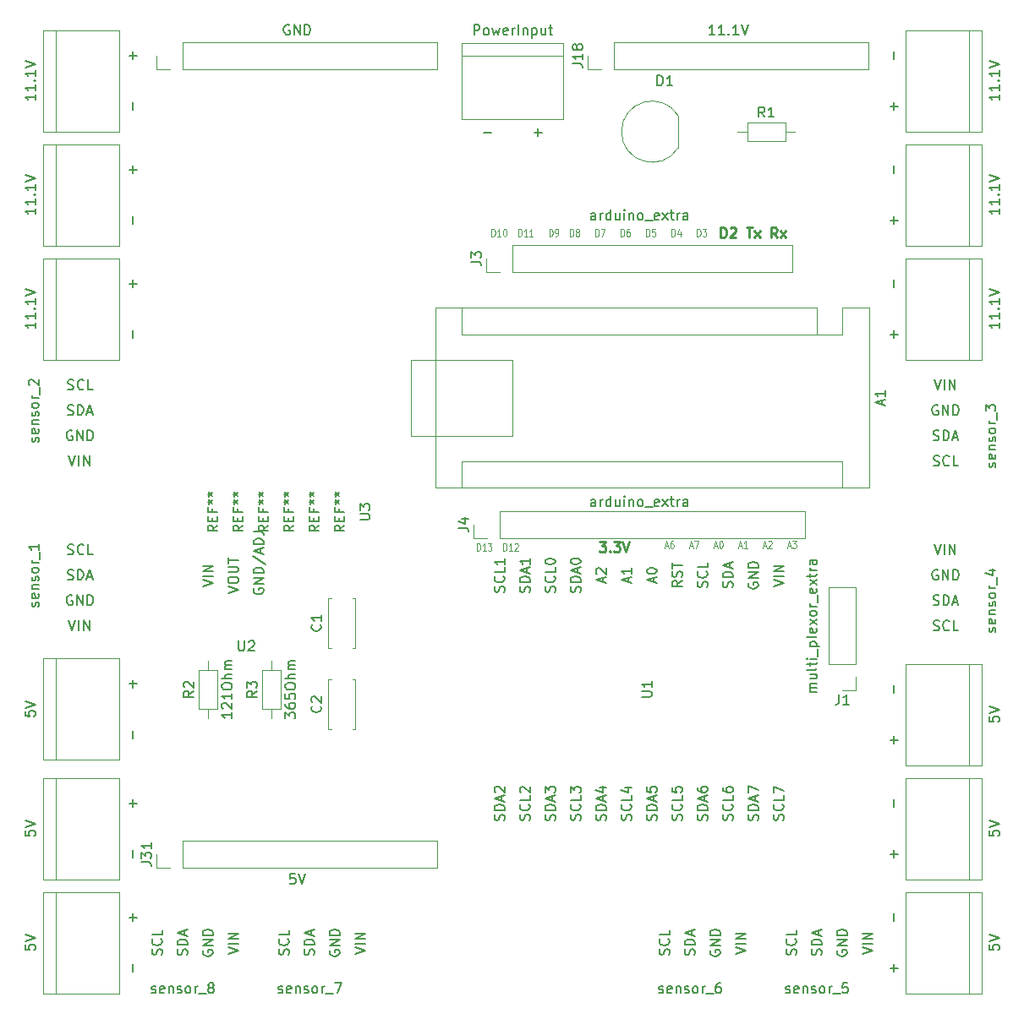
<source format=gbr>
%TF.GenerationSoftware,KiCad,Pcbnew,(5.1.6)-1*%
%TF.CreationDate,2020-11-05T12:41:25-06:00*%
%TF.ProjectId,power_board,706f7765-725f-4626-9f61-72642e6b6963,rev?*%
%TF.SameCoordinates,Original*%
%TF.FileFunction,Legend,Top*%
%TF.FilePolarity,Positive*%
%FSLAX46Y46*%
G04 Gerber Fmt 4.6, Leading zero omitted, Abs format (unit mm)*
G04 Created by KiCad (PCBNEW (5.1.6)-1) date 2020-11-05 12:41:25*
%MOMM*%
%LPD*%
G01*
G04 APERTURE LIST*
%ADD10C,0.250000*%
%ADD11C,0.125000*%
%ADD12C,0.120000*%
%ADD13C,0.100000*%
%ADD14C,0.150000*%
G04 APERTURE END LIST*
D10*
X236013809Y-90638380D02*
X236632857Y-90638380D01*
X236299523Y-91019333D01*
X236442380Y-91019333D01*
X236537619Y-91066952D01*
X236585238Y-91114571D01*
X236632857Y-91209809D01*
X236632857Y-91447904D01*
X236585238Y-91543142D01*
X236537619Y-91590761D01*
X236442380Y-91638380D01*
X236156666Y-91638380D01*
X236061428Y-91590761D01*
X236013809Y-91543142D01*
X237061428Y-91543142D02*
X237109047Y-91590761D01*
X237061428Y-91638380D01*
X237013809Y-91590761D01*
X237061428Y-91543142D01*
X237061428Y-91638380D01*
X237442380Y-90638380D02*
X238061428Y-90638380D01*
X237728095Y-91019333D01*
X237870952Y-91019333D01*
X237966190Y-91066952D01*
X238013809Y-91114571D01*
X238061428Y-91209809D01*
X238061428Y-91447904D01*
X238013809Y-91543142D01*
X237966190Y-91590761D01*
X237870952Y-91638380D01*
X237585238Y-91638380D01*
X237490000Y-91590761D01*
X237442380Y-91543142D01*
X238347142Y-90638380D02*
X238680476Y-91638380D01*
X239013809Y-90638380D01*
D11*
X242602571Y-91057000D02*
X242888285Y-91057000D01*
X242545428Y-91271285D02*
X242745428Y-90521285D01*
X242945428Y-91271285D01*
X243402571Y-90521285D02*
X243288285Y-90521285D01*
X243231142Y-90557000D01*
X243202571Y-90592714D01*
X243145428Y-90699857D01*
X243116857Y-90842714D01*
X243116857Y-91128428D01*
X243145428Y-91199857D01*
X243174000Y-91235571D01*
X243231142Y-91271285D01*
X243345428Y-91271285D01*
X243402571Y-91235571D01*
X243431142Y-91199857D01*
X243459714Y-91128428D01*
X243459714Y-90949857D01*
X243431142Y-90878428D01*
X243402571Y-90842714D01*
X243345428Y-90807000D01*
X243231142Y-90807000D01*
X243174000Y-90842714D01*
X243145428Y-90878428D01*
X243116857Y-90949857D01*
X245059714Y-91057000D02*
X245345428Y-91057000D01*
X245002571Y-91271285D02*
X245202571Y-90521285D01*
X245402571Y-91271285D01*
X245545428Y-90521285D02*
X245945428Y-90521285D01*
X245688285Y-91271285D01*
X247516857Y-91057000D02*
X247802571Y-91057000D01*
X247459714Y-91271285D02*
X247659714Y-90521285D01*
X247859714Y-91271285D01*
X248174000Y-90521285D02*
X248231142Y-90521285D01*
X248288285Y-90557000D01*
X248316857Y-90592714D01*
X248345428Y-90664142D01*
X248374000Y-90807000D01*
X248374000Y-90985571D01*
X248345428Y-91128428D01*
X248316857Y-91199857D01*
X248288285Y-91235571D01*
X248231142Y-91271285D01*
X248174000Y-91271285D01*
X248116857Y-91235571D01*
X248088285Y-91199857D01*
X248059714Y-91128428D01*
X248031142Y-90985571D01*
X248031142Y-90807000D01*
X248059714Y-90664142D01*
X248088285Y-90592714D01*
X248116857Y-90557000D01*
X248174000Y-90521285D01*
X249974000Y-91057000D02*
X250259714Y-91057000D01*
X249916857Y-91271285D02*
X250116857Y-90521285D01*
X250316857Y-91271285D01*
X250831142Y-91271285D02*
X250488285Y-91271285D01*
X250659714Y-91271285D02*
X250659714Y-90521285D01*
X250602571Y-90628428D01*
X250545428Y-90699857D01*
X250488285Y-90735571D01*
X252431142Y-91057000D02*
X252716857Y-91057000D01*
X252374000Y-91271285D02*
X252574000Y-90521285D01*
X252774000Y-91271285D01*
X252945428Y-90592714D02*
X252974000Y-90557000D01*
X253031142Y-90521285D01*
X253174000Y-90521285D01*
X253231142Y-90557000D01*
X253259714Y-90592714D01*
X253288285Y-90664142D01*
X253288285Y-90735571D01*
X253259714Y-90842714D01*
X252916857Y-91271285D01*
X253288285Y-91271285D01*
X254888285Y-91057000D02*
X255173999Y-91057000D01*
X254831142Y-91271285D02*
X255031142Y-90521285D01*
X255231142Y-91271285D01*
X255373999Y-90521285D02*
X255745428Y-90521285D01*
X255545428Y-90807000D01*
X255631142Y-90807000D01*
X255688285Y-90842714D01*
X255716857Y-90878428D01*
X255745428Y-90949857D01*
X255745428Y-91128428D01*
X255716857Y-91199857D01*
X255688285Y-91235571D01*
X255631142Y-91271285D01*
X255459714Y-91271285D01*
X255402571Y-91235571D01*
X255373999Y-91199857D01*
X223748857Y-91525285D02*
X223748857Y-90775285D01*
X223891714Y-90775285D01*
X223977428Y-90811000D01*
X224034571Y-90882428D01*
X224063142Y-90953857D01*
X224091714Y-91096714D01*
X224091714Y-91203857D01*
X224063142Y-91346714D01*
X224034571Y-91418142D01*
X223977428Y-91489571D01*
X223891714Y-91525285D01*
X223748857Y-91525285D01*
X224663142Y-91525285D02*
X224320285Y-91525285D01*
X224491714Y-91525285D02*
X224491714Y-90775285D01*
X224434571Y-90882428D01*
X224377428Y-90953857D01*
X224320285Y-90989571D01*
X224863142Y-90775285D02*
X225234571Y-90775285D01*
X225034571Y-91061000D01*
X225120285Y-91061000D01*
X225177428Y-91096714D01*
X225206000Y-91132428D01*
X225234571Y-91203857D01*
X225234571Y-91382428D01*
X225206000Y-91453857D01*
X225177428Y-91489571D01*
X225120285Y-91525285D01*
X224948857Y-91525285D01*
X224891714Y-91489571D01*
X224863142Y-91453857D01*
X226406000Y-91525285D02*
X226406000Y-90775285D01*
X226548857Y-90775285D01*
X226634571Y-90811000D01*
X226691714Y-90882428D01*
X226720285Y-90953857D01*
X226748857Y-91096714D01*
X226748857Y-91203857D01*
X226720285Y-91346714D01*
X226691714Y-91418142D01*
X226634571Y-91489571D01*
X226548857Y-91525285D01*
X226406000Y-91525285D01*
X227320285Y-91525285D02*
X226977428Y-91525285D01*
X227148857Y-91525285D02*
X227148857Y-90775285D01*
X227091714Y-90882428D01*
X227034571Y-90953857D01*
X226977428Y-90989571D01*
X227548857Y-90846714D02*
X227577428Y-90811000D01*
X227634571Y-90775285D01*
X227777428Y-90775285D01*
X227834571Y-90811000D01*
X227863142Y-90846714D01*
X227891714Y-90918142D01*
X227891714Y-90989571D01*
X227863142Y-91096714D01*
X227520285Y-91525285D01*
X227891714Y-91525285D01*
X225237428Y-60029285D02*
X225237428Y-59279285D01*
X225380285Y-59279285D01*
X225466000Y-59315000D01*
X225523142Y-59386428D01*
X225551714Y-59457857D01*
X225580285Y-59600714D01*
X225580285Y-59707857D01*
X225551714Y-59850714D01*
X225523142Y-59922142D01*
X225466000Y-59993571D01*
X225380285Y-60029285D01*
X225237428Y-60029285D01*
X226151714Y-60029285D02*
X225808857Y-60029285D01*
X225980285Y-60029285D02*
X225980285Y-59279285D01*
X225923142Y-59386428D01*
X225866000Y-59457857D01*
X225808857Y-59493571D01*
X226523142Y-59279285D02*
X226580285Y-59279285D01*
X226637428Y-59315000D01*
X226666000Y-59350714D01*
X226694571Y-59422142D01*
X226723142Y-59565000D01*
X226723142Y-59743571D01*
X226694571Y-59886428D01*
X226666000Y-59957857D01*
X226637428Y-59993571D01*
X226580285Y-60029285D01*
X226523142Y-60029285D01*
X226466000Y-59993571D01*
X226437428Y-59957857D01*
X226408857Y-59886428D01*
X226380285Y-59743571D01*
X226380285Y-59565000D01*
X226408857Y-59422142D01*
X226437428Y-59350714D01*
X226466000Y-59315000D01*
X226523142Y-59279285D01*
X227894571Y-60029285D02*
X227894571Y-59279285D01*
X228037428Y-59279285D01*
X228123142Y-59315000D01*
X228180285Y-59386428D01*
X228208857Y-59457857D01*
X228237428Y-59600714D01*
X228237428Y-59707857D01*
X228208857Y-59850714D01*
X228180285Y-59922142D01*
X228123142Y-59993571D01*
X228037428Y-60029285D01*
X227894571Y-60029285D01*
X228808857Y-60029285D02*
X228466000Y-60029285D01*
X228637428Y-60029285D02*
X228637428Y-59279285D01*
X228580285Y-59386428D01*
X228523142Y-59457857D01*
X228466000Y-59493571D01*
X229380285Y-60029285D02*
X229037428Y-60029285D01*
X229208857Y-60029285D02*
X229208857Y-59279285D01*
X229151714Y-59386428D01*
X229094571Y-59457857D01*
X229037428Y-59493571D01*
X231008857Y-60029285D02*
X231008857Y-59279285D01*
X231151714Y-59279285D01*
X231237428Y-59315000D01*
X231294571Y-59386428D01*
X231323142Y-59457857D01*
X231351714Y-59600714D01*
X231351714Y-59707857D01*
X231323142Y-59850714D01*
X231294571Y-59922142D01*
X231237428Y-59993571D01*
X231151714Y-60029285D01*
X231008857Y-60029285D01*
X231637428Y-60029285D02*
X231751714Y-60029285D01*
X231808857Y-59993571D01*
X231837428Y-59957857D01*
X231894571Y-59850714D01*
X231923142Y-59707857D01*
X231923142Y-59422142D01*
X231894571Y-59350714D01*
X231866000Y-59315000D01*
X231808857Y-59279285D01*
X231694571Y-59279285D01*
X231637428Y-59315000D01*
X231608857Y-59350714D01*
X231580285Y-59422142D01*
X231580285Y-59600714D01*
X231608857Y-59672142D01*
X231637428Y-59707857D01*
X231694571Y-59743571D01*
X231808857Y-59743571D01*
X231866000Y-59707857D01*
X231894571Y-59672142D01*
X231923142Y-59600714D01*
X233094571Y-60029285D02*
X233094571Y-59279285D01*
X233237428Y-59279285D01*
X233323142Y-59315000D01*
X233380285Y-59386428D01*
X233408857Y-59457857D01*
X233437428Y-59600714D01*
X233437428Y-59707857D01*
X233408857Y-59850714D01*
X233380285Y-59922142D01*
X233323142Y-59993571D01*
X233237428Y-60029285D01*
X233094571Y-60029285D01*
X233780285Y-59600714D02*
X233723142Y-59565000D01*
X233694571Y-59529285D01*
X233666000Y-59457857D01*
X233666000Y-59422142D01*
X233694571Y-59350714D01*
X233723142Y-59315000D01*
X233780285Y-59279285D01*
X233894571Y-59279285D01*
X233951714Y-59315000D01*
X233980285Y-59350714D01*
X234008857Y-59422142D01*
X234008857Y-59457857D01*
X233980285Y-59529285D01*
X233951714Y-59565000D01*
X233894571Y-59600714D01*
X233780285Y-59600714D01*
X233723142Y-59636428D01*
X233694571Y-59672142D01*
X233666000Y-59743571D01*
X233666000Y-59886428D01*
X233694571Y-59957857D01*
X233723142Y-59993571D01*
X233780285Y-60029285D01*
X233894571Y-60029285D01*
X233951714Y-59993571D01*
X233980285Y-59957857D01*
X234008857Y-59886428D01*
X234008857Y-59743571D01*
X233980285Y-59672142D01*
X233951714Y-59636428D01*
X233894571Y-59600714D01*
X235637428Y-60029285D02*
X235637428Y-59279285D01*
X235780285Y-59279285D01*
X235866000Y-59315000D01*
X235923142Y-59386428D01*
X235951714Y-59457857D01*
X235980285Y-59600714D01*
X235980285Y-59707857D01*
X235951714Y-59850714D01*
X235923142Y-59922142D01*
X235866000Y-59993571D01*
X235780285Y-60029285D01*
X235637428Y-60029285D01*
X236180285Y-59279285D02*
X236580285Y-59279285D01*
X236323142Y-60029285D01*
X238180285Y-60029285D02*
X238180285Y-59279285D01*
X238323142Y-59279285D01*
X238408857Y-59315000D01*
X238466000Y-59386428D01*
X238494571Y-59457857D01*
X238523142Y-59600714D01*
X238523142Y-59707857D01*
X238494571Y-59850714D01*
X238466000Y-59922142D01*
X238408857Y-59993571D01*
X238323142Y-60029285D01*
X238180285Y-60029285D01*
X239037428Y-59279285D02*
X238923142Y-59279285D01*
X238866000Y-59315000D01*
X238837428Y-59350714D01*
X238780285Y-59457857D01*
X238751714Y-59600714D01*
X238751714Y-59886428D01*
X238780285Y-59957857D01*
X238808857Y-59993571D01*
X238866000Y-60029285D01*
X238980285Y-60029285D01*
X239037428Y-59993571D01*
X239066000Y-59957857D01*
X239094571Y-59886428D01*
X239094571Y-59707857D01*
X239066000Y-59636428D01*
X239037428Y-59600714D01*
X238980285Y-59565000D01*
X238866000Y-59565000D01*
X238808857Y-59600714D01*
X238780285Y-59636428D01*
X238751714Y-59707857D01*
X240723142Y-60029285D02*
X240723142Y-59279285D01*
X240866000Y-59279285D01*
X240951714Y-59315000D01*
X241008857Y-59386428D01*
X241037428Y-59457857D01*
X241066000Y-59600714D01*
X241066000Y-59707857D01*
X241037428Y-59850714D01*
X241008857Y-59922142D01*
X240951714Y-59993571D01*
X240866000Y-60029285D01*
X240723142Y-60029285D01*
X241608857Y-59279285D02*
X241323142Y-59279285D01*
X241294571Y-59636428D01*
X241323142Y-59600714D01*
X241380285Y-59565000D01*
X241523142Y-59565000D01*
X241580285Y-59600714D01*
X241608857Y-59636428D01*
X241637428Y-59707857D01*
X241637428Y-59886428D01*
X241608857Y-59957857D01*
X241580285Y-59993571D01*
X241523142Y-60029285D01*
X241380285Y-60029285D01*
X241323142Y-59993571D01*
X241294571Y-59957857D01*
X243266000Y-60029285D02*
X243266000Y-59279285D01*
X243408857Y-59279285D01*
X243494571Y-59315000D01*
X243551714Y-59386428D01*
X243580285Y-59457857D01*
X243608857Y-59600714D01*
X243608857Y-59707857D01*
X243580285Y-59850714D01*
X243551714Y-59922142D01*
X243494571Y-59993571D01*
X243408857Y-60029285D01*
X243266000Y-60029285D01*
X244123142Y-59529285D02*
X244123142Y-60029285D01*
X243980285Y-59243571D02*
X243837428Y-59779285D01*
X244208857Y-59779285D01*
X245808857Y-60029285D02*
X245808857Y-59279285D01*
X245951714Y-59279285D01*
X246037428Y-59315000D01*
X246094571Y-59386428D01*
X246123142Y-59457857D01*
X246151714Y-59600714D01*
X246151714Y-59707857D01*
X246123142Y-59850714D01*
X246094571Y-59922142D01*
X246037428Y-59993571D01*
X245951714Y-60029285D01*
X245808857Y-60029285D01*
X246351714Y-59279285D02*
X246723142Y-59279285D01*
X246523142Y-59565000D01*
X246608857Y-59565000D01*
X246666000Y-59600714D01*
X246694571Y-59636428D01*
X246723142Y-59707857D01*
X246723142Y-59886428D01*
X246694571Y-59957857D01*
X246666000Y-59993571D01*
X246608857Y-60029285D01*
X246437428Y-60029285D01*
X246380285Y-59993571D01*
X246351714Y-59957857D01*
D10*
X250753809Y-59142380D02*
X251325238Y-59142380D01*
X251039523Y-60142380D02*
X251039523Y-59142380D01*
X251563333Y-60142380D02*
X252087142Y-59475714D01*
X251563333Y-59475714D02*
X252087142Y-60142380D01*
X253801428Y-60142380D02*
X253468095Y-59666190D01*
X253230000Y-60142380D02*
X253230000Y-59142380D01*
X253610952Y-59142380D01*
X253706190Y-59190000D01*
X253753809Y-59237619D01*
X253801428Y-59332857D01*
X253801428Y-59475714D01*
X253753809Y-59570952D01*
X253706190Y-59618571D01*
X253610952Y-59666190D01*
X253230000Y-59666190D01*
X254134761Y-60142380D02*
X254658571Y-59475714D01*
X254134761Y-59475714D02*
X254658571Y-60142380D01*
X248181904Y-60142380D02*
X248181904Y-59142380D01*
X248420000Y-59142380D01*
X248562857Y-59190000D01*
X248658095Y-59285238D01*
X248705714Y-59380476D01*
X248753333Y-59570952D01*
X248753333Y-59713809D01*
X248705714Y-59904285D01*
X248658095Y-59999523D01*
X248562857Y-60094761D01*
X248420000Y-60142380D01*
X248181904Y-60142380D01*
X249134285Y-59237619D02*
X249181904Y-59190000D01*
X249277142Y-59142380D01*
X249515238Y-59142380D01*
X249610476Y-59190000D01*
X249658095Y-59237619D01*
X249705714Y-59332857D01*
X249705714Y-59428095D01*
X249658095Y-59570952D01*
X249086666Y-60142380D01*
X249705714Y-60142380D01*
D12*
X217170000Y-80010000D02*
X217170000Y-72390000D01*
X227330000Y-80010000D02*
X217170000Y-80010000D01*
X227330000Y-72390000D02*
X227330000Y-80010000D01*
X217170000Y-72390000D02*
X227330000Y-72390000D01*
%TO.C,J24*%
X274320000Y-72390000D02*
X274320000Y-62230000D01*
X266700000Y-72390000D02*
X274320000Y-72390000D01*
X266700000Y-62230000D02*
X266700000Y-72390000D01*
X274320000Y-62230000D02*
X266700000Y-62230000D01*
X273050000Y-62230000D02*
X273050000Y-72390000D01*
%TO.C,J23*%
X180340000Y-50800000D02*
X180340000Y-60960000D01*
X187960000Y-50800000D02*
X180340000Y-50800000D01*
X187960000Y-60960000D02*
X187960000Y-50800000D01*
X180340000Y-60960000D02*
X187960000Y-60960000D01*
X181610000Y-60960000D02*
X181610000Y-50800000D01*
%TO.C,J22*%
X274320000Y-60960000D02*
X274320000Y-50800000D01*
X266700000Y-60960000D02*
X274320000Y-60960000D01*
X266700000Y-50800000D02*
X266700000Y-60960000D01*
X274320000Y-50800000D02*
X266700000Y-50800000D01*
X273050000Y-50800000D02*
X273050000Y-60960000D01*
%TO.C,J21*%
X180340000Y-62230000D02*
X180340000Y-72390000D01*
X187960000Y-62230000D02*
X180340000Y-62230000D01*
X187960000Y-72390000D02*
X187960000Y-62230000D01*
X180340000Y-72390000D02*
X187960000Y-72390000D01*
X181610000Y-72390000D02*
X181610000Y-62230000D01*
%TO.C,J20*%
X180340000Y-39370000D02*
X180340000Y-49530000D01*
X187960000Y-39370000D02*
X180340000Y-39370000D01*
X187960000Y-49530000D02*
X187960000Y-39370000D01*
X180340000Y-49530000D02*
X187960000Y-49530000D01*
X181610000Y-49530000D02*
X181610000Y-39370000D01*
%TO.C,J19*%
X274320000Y-49530000D02*
X274320000Y-39370000D01*
X266700000Y-49530000D02*
X274320000Y-49530000D01*
X266700000Y-39370000D02*
X266700000Y-49530000D01*
X274320000Y-39370000D02*
X266700000Y-39370000D01*
X273050000Y-39370000D02*
X273050000Y-49530000D01*
%TO.C,J11*%
X274320000Y-135890000D02*
X274320000Y-125730000D01*
X266700000Y-135890000D02*
X274320000Y-135890000D01*
X266700000Y-125730000D02*
X266700000Y-135890000D01*
X274320000Y-125730000D02*
X266700000Y-125730000D01*
X273050000Y-125730000D02*
X273050000Y-135890000D01*
%TO.C,J10*%
X274320000Y-113030000D02*
X274320000Y-102870000D01*
X266700000Y-113030000D02*
X274320000Y-113030000D01*
X266700000Y-102870000D02*
X266700000Y-113030000D01*
X274320000Y-102870000D02*
X266700000Y-102870000D01*
X273050000Y-102870000D02*
X273050000Y-113030000D01*
%TO.C,J9*%
X180340000Y-102315001D02*
X180340000Y-112475001D01*
X187960000Y-102315001D02*
X180340000Y-102315001D01*
X187960000Y-112475001D02*
X187960000Y-102315001D01*
X180340000Y-112475001D02*
X187960000Y-112475001D01*
X181610000Y-112475001D02*
X181610000Y-102315001D01*
%TO.C,J8*%
X180340000Y-114300000D02*
X180340000Y-124460000D01*
X187960000Y-114300000D02*
X180340000Y-114300000D01*
X187960000Y-124460000D02*
X187960000Y-114300000D01*
X180340000Y-124460000D02*
X187960000Y-124460000D01*
X181610000Y-124460000D02*
X181610000Y-114300000D01*
%TO.C,J7*%
X180340000Y-125730000D02*
X180340000Y-135890000D01*
X187960000Y-125730000D02*
X180340000Y-125730000D01*
X187960000Y-135890000D02*
X187960000Y-125730000D01*
X180340000Y-135890000D02*
X187960000Y-135890000D01*
X181610000Y-135890000D02*
X181610000Y-125730000D01*
%TO.C,J6*%
X274320000Y-124460000D02*
X274320000Y-114300000D01*
X266700000Y-124460000D02*
X274320000Y-124460000D01*
X266700000Y-114300000D02*
X266700000Y-124460000D01*
X274320000Y-114300000D02*
X266700000Y-114300000D01*
X273050000Y-114300000D02*
X273050000Y-124460000D01*
%TO.C,J2*%
X232410000Y-40640000D02*
X222250000Y-40640000D01*
X232410000Y-48260000D02*
X232410000Y-40640000D01*
X222250000Y-48260000D02*
X232410000Y-48260000D01*
X222250000Y-40640000D02*
X222250000Y-48260000D01*
X222250000Y-41910000D02*
X232410000Y-41910000D01*
%TO.C,R3*%
X202280000Y-107330000D02*
X204120000Y-107330000D01*
X204120000Y-107330000D02*
X204120000Y-103490000D01*
X204120000Y-103490000D02*
X202280000Y-103490000D01*
X202280000Y-103490000D02*
X202280000Y-107330000D01*
X203200000Y-108280000D02*
X203200000Y-107330000D01*
X203200000Y-102540000D02*
X203200000Y-103490000D01*
%TO.C,R2*%
X195930000Y-107330000D02*
X197770000Y-107330000D01*
X197770000Y-107330000D02*
X197770000Y-103490000D01*
X197770000Y-103490000D02*
X195930000Y-103490000D01*
X195930000Y-103490000D02*
X195930000Y-107330000D01*
X196850000Y-108280000D02*
X196850000Y-107330000D01*
X196850000Y-102540000D02*
X196850000Y-103490000D01*
%TO.C,R1*%
X250810000Y-48610000D02*
X250810000Y-50450000D01*
X250810000Y-50450000D02*
X254650000Y-50450000D01*
X254650000Y-50450000D02*
X254650000Y-48610000D01*
X254650000Y-48610000D02*
X250810000Y-48610000D01*
X249860000Y-49530000D02*
X250810000Y-49530000D01*
X255600000Y-49530000D02*
X254650000Y-49530000D01*
%TO.C,A1*%
X263020000Y-85220000D02*
X263020000Y-67180000D01*
X219580000Y-85220000D02*
X263020000Y-85220000D01*
X219580000Y-67180000D02*
X219580000Y-85220000D01*
X222250000Y-69850000D02*
X222250000Y-67180000D01*
X257810000Y-69850000D02*
X222250000Y-69850000D01*
X257810000Y-69850000D02*
X257810000Y-67180000D01*
X222250000Y-82550000D02*
X222250000Y-85220000D01*
X260350000Y-82550000D02*
X222250000Y-82550000D01*
X260350000Y-82550000D02*
X260350000Y-85220000D01*
X263020000Y-67180000D02*
X260350000Y-67180000D01*
X257810000Y-67180000D02*
X219580000Y-67180000D01*
X260350000Y-69850000D02*
X260350000Y-67180000D01*
X257810000Y-69850000D02*
X260350000Y-69850000D01*
%TO.C,C1*%
X211280001Y-96294999D02*
X211595001Y-96294999D01*
X208855001Y-96294999D02*
X209170001Y-96294999D01*
X211280001Y-101234999D02*
X211595001Y-101234999D01*
X208855001Y-101234999D02*
X209170001Y-101234999D01*
X211595001Y-101234999D02*
X211595001Y-96294999D01*
X208855001Y-101234999D02*
X208855001Y-96294999D01*
%TO.C,C2*%
X208855001Y-109384999D02*
X208855001Y-104444999D01*
X211595001Y-109384999D02*
X211595001Y-104444999D01*
X208855001Y-109384999D02*
X209170001Y-109384999D01*
X211280001Y-109384999D02*
X211595001Y-109384999D01*
X208855001Y-104444999D02*
X209170001Y-104444999D01*
X211280001Y-104444999D02*
X211595001Y-104444999D01*
D13*
%TO.C,D1*%
X243910000Y-51130000D02*
X243910000Y-47920000D01*
X243911718Y-51137211D02*
G75*
G02*
X243910000Y-47920000I-2611718J1607211D01*
G01*
D12*
%TO.C,J1*%
X261680000Y-95190000D02*
X259020000Y-95190000D01*
X261680000Y-102870000D02*
X261680000Y-95190000D01*
X259020000Y-102870000D02*
X259020000Y-95190000D01*
X261680000Y-102870000D02*
X259020000Y-102870000D01*
X261680000Y-104140000D02*
X261680000Y-105470000D01*
X261680000Y-105470000D02*
X260350000Y-105470000D01*
%TO.C,J3*%
X224730000Y-63560000D02*
X224730000Y-62230000D01*
X226060000Y-63560000D02*
X224730000Y-63560000D01*
X227330000Y-63560000D02*
X227330000Y-60900000D01*
X227330000Y-60900000D02*
X255330000Y-60900000D01*
X227330000Y-63560000D02*
X255330000Y-63560000D01*
X255330000Y-63560000D02*
X255330000Y-60900000D01*
%TO.C,J4*%
X223460000Y-90230000D02*
X223460000Y-88900000D01*
X224790000Y-90230000D02*
X223460000Y-90230000D01*
X226060000Y-90230000D02*
X226060000Y-87570000D01*
X226060000Y-87570000D02*
X256600000Y-87570000D01*
X226060000Y-90230000D02*
X256600000Y-90230000D01*
X256600000Y-90230000D02*
X256600000Y-87570000D01*
%TO.C,J5*%
X191710000Y-43240000D02*
X191710000Y-41910000D01*
X193040000Y-43240000D02*
X191710000Y-43240000D01*
X194310000Y-43240000D02*
X194310000Y-40580000D01*
X194310000Y-40580000D02*
X219770000Y-40580000D01*
X194310000Y-43240000D02*
X219770000Y-43240000D01*
X219770000Y-43240000D02*
X219770000Y-40580000D01*
%TO.C,J18*%
X234890000Y-43240000D02*
X234890000Y-41910000D01*
X236220000Y-43240000D02*
X234890000Y-43240000D01*
X237490000Y-43240000D02*
X237490000Y-40580000D01*
X237490000Y-40580000D02*
X262950000Y-40580000D01*
X237490000Y-43240000D02*
X262950000Y-43240000D01*
X262950000Y-43240000D02*
X262950000Y-40580000D01*
%TO.C,J31*%
X219770000Y-123250000D02*
X219770000Y-120590000D01*
X194310000Y-123250000D02*
X219770000Y-123250000D01*
X194310000Y-120590000D02*
X219770000Y-120590000D01*
X194310000Y-123250000D02*
X194310000Y-120590000D01*
X193040000Y-123250000D02*
X191710000Y-123250000D01*
X191710000Y-123250000D02*
X191710000Y-121920000D01*
%TO.C,U1*%
D14*
X240252380Y-106171904D02*
X241061904Y-106171904D01*
X241157142Y-106124285D01*
X241204761Y-106076666D01*
X241252380Y-105981428D01*
X241252380Y-105790952D01*
X241204761Y-105695714D01*
X241157142Y-105648095D01*
X241061904Y-105600476D01*
X240252380Y-105600476D01*
X241252380Y-104600476D02*
X241252380Y-105171904D01*
X241252380Y-104886190D02*
X240252380Y-104886190D01*
X240395238Y-104981428D01*
X240490476Y-105076666D01*
X240538095Y-105171904D01*
X253452380Y-95075238D02*
X254452380Y-94741904D01*
X253452380Y-94408571D01*
X254452380Y-94075238D02*
X253452380Y-94075238D01*
X254452380Y-93599047D02*
X253452380Y-93599047D01*
X254452380Y-93027619D01*
X253452380Y-93027619D01*
X250960000Y-94741904D02*
X250912380Y-94837142D01*
X250912380Y-94980000D01*
X250960000Y-95122857D01*
X251055238Y-95218095D01*
X251150476Y-95265714D01*
X251340952Y-95313333D01*
X251483809Y-95313333D01*
X251674285Y-95265714D01*
X251769523Y-95218095D01*
X251864761Y-95122857D01*
X251912380Y-94980000D01*
X251912380Y-94884761D01*
X251864761Y-94741904D01*
X251817142Y-94694285D01*
X251483809Y-94694285D01*
X251483809Y-94884761D01*
X251912380Y-94265714D02*
X250912380Y-94265714D01*
X251912380Y-93694285D01*
X250912380Y-93694285D01*
X251912380Y-93218095D02*
X250912380Y-93218095D01*
X250912380Y-92980000D01*
X250960000Y-92837142D01*
X251055238Y-92741904D01*
X251150476Y-92694285D01*
X251340952Y-92646666D01*
X251483809Y-92646666D01*
X251674285Y-92694285D01*
X251769523Y-92741904D01*
X251864761Y-92837142D01*
X251912380Y-92980000D01*
X251912380Y-93218095D01*
X249324761Y-95194285D02*
X249372380Y-95051428D01*
X249372380Y-94813333D01*
X249324761Y-94718095D01*
X249277142Y-94670476D01*
X249181904Y-94622857D01*
X249086666Y-94622857D01*
X248991428Y-94670476D01*
X248943809Y-94718095D01*
X248896190Y-94813333D01*
X248848571Y-95003809D01*
X248800952Y-95099047D01*
X248753333Y-95146666D01*
X248658095Y-95194285D01*
X248562857Y-95194285D01*
X248467619Y-95146666D01*
X248420000Y-95099047D01*
X248372380Y-95003809D01*
X248372380Y-94765714D01*
X248420000Y-94622857D01*
X249372380Y-94194285D02*
X248372380Y-94194285D01*
X248372380Y-93956190D01*
X248420000Y-93813333D01*
X248515238Y-93718095D01*
X248610476Y-93670476D01*
X248800952Y-93622857D01*
X248943809Y-93622857D01*
X249134285Y-93670476D01*
X249229523Y-93718095D01*
X249324761Y-93813333D01*
X249372380Y-93956190D01*
X249372380Y-94194285D01*
X249086666Y-93241904D02*
X249086666Y-92765714D01*
X249372380Y-93337142D02*
X248372380Y-93003809D01*
X249372380Y-92670476D01*
X246784761Y-95170476D02*
X246832380Y-95027619D01*
X246832380Y-94789523D01*
X246784761Y-94694285D01*
X246737142Y-94646666D01*
X246641904Y-94599047D01*
X246546666Y-94599047D01*
X246451428Y-94646666D01*
X246403809Y-94694285D01*
X246356190Y-94789523D01*
X246308571Y-94980000D01*
X246260952Y-95075238D01*
X246213333Y-95122857D01*
X246118095Y-95170476D01*
X246022857Y-95170476D01*
X245927619Y-95122857D01*
X245880000Y-95075238D01*
X245832380Y-94980000D01*
X245832380Y-94741904D01*
X245880000Y-94599047D01*
X246737142Y-93599047D02*
X246784761Y-93646666D01*
X246832380Y-93789523D01*
X246832380Y-93884761D01*
X246784761Y-94027619D01*
X246689523Y-94122857D01*
X246594285Y-94170476D01*
X246403809Y-94218095D01*
X246260952Y-94218095D01*
X246070476Y-94170476D01*
X245975238Y-94122857D01*
X245880000Y-94027619D01*
X245832380Y-93884761D01*
X245832380Y-93789523D01*
X245880000Y-93646666D01*
X245927619Y-93599047D01*
X246832380Y-92694285D02*
X246832380Y-93170476D01*
X245832380Y-93170476D01*
X244292380Y-94527619D02*
X243816190Y-94860952D01*
X244292380Y-95099047D02*
X243292380Y-95099047D01*
X243292380Y-94718095D01*
X243340000Y-94622857D01*
X243387619Y-94575238D01*
X243482857Y-94527619D01*
X243625714Y-94527619D01*
X243720952Y-94575238D01*
X243768571Y-94622857D01*
X243816190Y-94718095D01*
X243816190Y-95099047D01*
X244244761Y-94146666D02*
X244292380Y-94003809D01*
X244292380Y-93765714D01*
X244244761Y-93670476D01*
X244197142Y-93622857D01*
X244101904Y-93575238D01*
X244006666Y-93575238D01*
X243911428Y-93622857D01*
X243863809Y-93670476D01*
X243816190Y-93765714D01*
X243768571Y-93956190D01*
X243720952Y-94051428D01*
X243673333Y-94099047D01*
X243578095Y-94146666D01*
X243482857Y-94146666D01*
X243387619Y-94099047D01*
X243340000Y-94051428D01*
X243292380Y-93956190D01*
X243292380Y-93718095D01*
X243340000Y-93575238D01*
X243292380Y-93289523D02*
X243292380Y-92718095D01*
X244292380Y-93003809D02*
X243292380Y-93003809D01*
X241466666Y-94694285D02*
X241466666Y-94218095D01*
X241752380Y-94789523D02*
X240752380Y-94456190D01*
X241752380Y-94122857D01*
X240752380Y-93599047D02*
X240752380Y-93503809D01*
X240800000Y-93408571D01*
X240847619Y-93360952D01*
X240942857Y-93313333D01*
X241133333Y-93265714D01*
X241371428Y-93265714D01*
X241561904Y-93313333D01*
X241657142Y-93360952D01*
X241704761Y-93408571D01*
X241752380Y-93503809D01*
X241752380Y-93599047D01*
X241704761Y-93694285D01*
X241657142Y-93741904D01*
X241561904Y-93789523D01*
X241371428Y-93837142D01*
X241133333Y-93837142D01*
X240942857Y-93789523D01*
X240847619Y-93741904D01*
X240800000Y-93694285D01*
X240752380Y-93599047D01*
X238926666Y-94694285D02*
X238926666Y-94218095D01*
X239212380Y-94789523D02*
X238212380Y-94456190D01*
X239212380Y-94122857D01*
X239212380Y-93265714D02*
X239212380Y-93837142D01*
X239212380Y-93551428D02*
X238212380Y-93551428D01*
X238355238Y-93646666D01*
X238450476Y-93741904D01*
X238498095Y-93837142D01*
X236386666Y-94694285D02*
X236386666Y-94218095D01*
X236672380Y-94789523D02*
X235672380Y-94456190D01*
X236672380Y-94122857D01*
X235767619Y-93837142D02*
X235720000Y-93789523D01*
X235672380Y-93694285D01*
X235672380Y-93456190D01*
X235720000Y-93360952D01*
X235767619Y-93313333D01*
X235862857Y-93265714D01*
X235958095Y-93265714D01*
X236100952Y-93313333D01*
X236672380Y-93884761D01*
X236672380Y-93265714D01*
X234084761Y-95670476D02*
X234132380Y-95527619D01*
X234132380Y-95289523D01*
X234084761Y-95194285D01*
X234037142Y-95146666D01*
X233941904Y-95099047D01*
X233846666Y-95099047D01*
X233751428Y-95146666D01*
X233703809Y-95194285D01*
X233656190Y-95289523D01*
X233608571Y-95480000D01*
X233560952Y-95575238D01*
X233513333Y-95622857D01*
X233418095Y-95670476D01*
X233322857Y-95670476D01*
X233227619Y-95622857D01*
X233180000Y-95575238D01*
X233132380Y-95480000D01*
X233132380Y-95241904D01*
X233180000Y-95099047D01*
X234132380Y-94670476D02*
X233132380Y-94670476D01*
X233132380Y-94432380D01*
X233180000Y-94289523D01*
X233275238Y-94194285D01*
X233370476Y-94146666D01*
X233560952Y-94099047D01*
X233703809Y-94099047D01*
X233894285Y-94146666D01*
X233989523Y-94194285D01*
X234084761Y-94289523D01*
X234132380Y-94432380D01*
X234132380Y-94670476D01*
X233846666Y-93718095D02*
X233846666Y-93241904D01*
X234132380Y-93813333D02*
X233132380Y-93480000D01*
X234132380Y-93146666D01*
X233132380Y-92622857D02*
X233132380Y-92527619D01*
X233180000Y-92432380D01*
X233227619Y-92384761D01*
X233322857Y-92337142D01*
X233513333Y-92289523D01*
X233751428Y-92289523D01*
X233941904Y-92337142D01*
X234037142Y-92384761D01*
X234084761Y-92432380D01*
X234132380Y-92527619D01*
X234132380Y-92622857D01*
X234084761Y-92718095D01*
X234037142Y-92765714D01*
X233941904Y-92813333D01*
X233751428Y-92860952D01*
X233513333Y-92860952D01*
X233322857Y-92813333D01*
X233227619Y-92765714D01*
X233180000Y-92718095D01*
X233132380Y-92622857D01*
X231544761Y-95646666D02*
X231592380Y-95503809D01*
X231592380Y-95265714D01*
X231544761Y-95170476D01*
X231497142Y-95122857D01*
X231401904Y-95075238D01*
X231306666Y-95075238D01*
X231211428Y-95122857D01*
X231163809Y-95170476D01*
X231116190Y-95265714D01*
X231068571Y-95456190D01*
X231020952Y-95551428D01*
X230973333Y-95599047D01*
X230878095Y-95646666D01*
X230782857Y-95646666D01*
X230687619Y-95599047D01*
X230640000Y-95551428D01*
X230592380Y-95456190D01*
X230592380Y-95218095D01*
X230640000Y-95075238D01*
X231497142Y-94075238D02*
X231544761Y-94122857D01*
X231592380Y-94265714D01*
X231592380Y-94360952D01*
X231544761Y-94503809D01*
X231449523Y-94599047D01*
X231354285Y-94646666D01*
X231163809Y-94694285D01*
X231020952Y-94694285D01*
X230830476Y-94646666D01*
X230735238Y-94599047D01*
X230640000Y-94503809D01*
X230592380Y-94360952D01*
X230592380Y-94265714D01*
X230640000Y-94122857D01*
X230687619Y-94075238D01*
X231592380Y-93170476D02*
X231592380Y-93646666D01*
X230592380Y-93646666D01*
X230592380Y-92646666D02*
X230592380Y-92551428D01*
X230640000Y-92456190D01*
X230687619Y-92408571D01*
X230782857Y-92360952D01*
X230973333Y-92313333D01*
X231211428Y-92313333D01*
X231401904Y-92360952D01*
X231497142Y-92408571D01*
X231544761Y-92456190D01*
X231592380Y-92551428D01*
X231592380Y-92646666D01*
X231544761Y-92741904D01*
X231497142Y-92789523D01*
X231401904Y-92837142D01*
X231211428Y-92884761D01*
X230973333Y-92884761D01*
X230782857Y-92837142D01*
X230687619Y-92789523D01*
X230640000Y-92741904D01*
X230592380Y-92646666D01*
X229004761Y-95670476D02*
X229052380Y-95527619D01*
X229052380Y-95289523D01*
X229004761Y-95194285D01*
X228957142Y-95146666D01*
X228861904Y-95099047D01*
X228766666Y-95099047D01*
X228671428Y-95146666D01*
X228623809Y-95194285D01*
X228576190Y-95289523D01*
X228528571Y-95480000D01*
X228480952Y-95575238D01*
X228433333Y-95622857D01*
X228338095Y-95670476D01*
X228242857Y-95670476D01*
X228147619Y-95622857D01*
X228100000Y-95575238D01*
X228052380Y-95480000D01*
X228052380Y-95241904D01*
X228100000Y-95099047D01*
X229052380Y-94670476D02*
X228052380Y-94670476D01*
X228052380Y-94432380D01*
X228100000Y-94289523D01*
X228195238Y-94194285D01*
X228290476Y-94146666D01*
X228480952Y-94099047D01*
X228623809Y-94099047D01*
X228814285Y-94146666D01*
X228909523Y-94194285D01*
X229004761Y-94289523D01*
X229052380Y-94432380D01*
X229052380Y-94670476D01*
X228766666Y-93718095D02*
X228766666Y-93241904D01*
X229052380Y-93813333D02*
X228052380Y-93480000D01*
X229052380Y-93146666D01*
X229052380Y-92289523D02*
X229052380Y-92860952D01*
X229052380Y-92575238D02*
X228052380Y-92575238D01*
X228195238Y-92670476D01*
X228290476Y-92765714D01*
X228338095Y-92860952D01*
X226464761Y-95646666D02*
X226512380Y-95503809D01*
X226512380Y-95265714D01*
X226464761Y-95170476D01*
X226417142Y-95122857D01*
X226321904Y-95075238D01*
X226226666Y-95075238D01*
X226131428Y-95122857D01*
X226083809Y-95170476D01*
X226036190Y-95265714D01*
X225988571Y-95456190D01*
X225940952Y-95551428D01*
X225893333Y-95599047D01*
X225798095Y-95646666D01*
X225702857Y-95646666D01*
X225607619Y-95599047D01*
X225560000Y-95551428D01*
X225512380Y-95456190D01*
X225512380Y-95218095D01*
X225560000Y-95075238D01*
X226417142Y-94075238D02*
X226464761Y-94122857D01*
X226512380Y-94265714D01*
X226512380Y-94360952D01*
X226464761Y-94503809D01*
X226369523Y-94599047D01*
X226274285Y-94646666D01*
X226083809Y-94694285D01*
X225940952Y-94694285D01*
X225750476Y-94646666D01*
X225655238Y-94599047D01*
X225560000Y-94503809D01*
X225512380Y-94360952D01*
X225512380Y-94265714D01*
X225560000Y-94122857D01*
X225607619Y-94075238D01*
X226512380Y-93170476D02*
X226512380Y-93646666D01*
X225512380Y-93646666D01*
X226512380Y-92313333D02*
X226512380Y-92884761D01*
X226512380Y-92599047D02*
X225512380Y-92599047D01*
X225655238Y-92694285D01*
X225750476Y-92789523D01*
X225798095Y-92884761D01*
X226464761Y-118530476D02*
X226512380Y-118387619D01*
X226512380Y-118149523D01*
X226464761Y-118054285D01*
X226417142Y-118006666D01*
X226321904Y-117959047D01*
X226226666Y-117959047D01*
X226131428Y-118006666D01*
X226083809Y-118054285D01*
X226036190Y-118149523D01*
X225988571Y-118340000D01*
X225940952Y-118435238D01*
X225893333Y-118482857D01*
X225798095Y-118530476D01*
X225702857Y-118530476D01*
X225607619Y-118482857D01*
X225560000Y-118435238D01*
X225512380Y-118340000D01*
X225512380Y-118101904D01*
X225560000Y-117959047D01*
X226512380Y-117530476D02*
X225512380Y-117530476D01*
X225512380Y-117292380D01*
X225560000Y-117149523D01*
X225655238Y-117054285D01*
X225750476Y-117006666D01*
X225940952Y-116959047D01*
X226083809Y-116959047D01*
X226274285Y-117006666D01*
X226369523Y-117054285D01*
X226464761Y-117149523D01*
X226512380Y-117292380D01*
X226512380Y-117530476D01*
X226226666Y-116578095D02*
X226226666Y-116101904D01*
X226512380Y-116673333D02*
X225512380Y-116340000D01*
X226512380Y-116006666D01*
X225607619Y-115720952D02*
X225560000Y-115673333D01*
X225512380Y-115578095D01*
X225512380Y-115340000D01*
X225560000Y-115244761D01*
X225607619Y-115197142D01*
X225702857Y-115149523D01*
X225798095Y-115149523D01*
X225940952Y-115197142D01*
X226512380Y-115768571D01*
X226512380Y-115149523D01*
X229004761Y-118506666D02*
X229052380Y-118363809D01*
X229052380Y-118125714D01*
X229004761Y-118030476D01*
X228957142Y-117982857D01*
X228861904Y-117935238D01*
X228766666Y-117935238D01*
X228671428Y-117982857D01*
X228623809Y-118030476D01*
X228576190Y-118125714D01*
X228528571Y-118316190D01*
X228480952Y-118411428D01*
X228433333Y-118459047D01*
X228338095Y-118506666D01*
X228242857Y-118506666D01*
X228147619Y-118459047D01*
X228100000Y-118411428D01*
X228052380Y-118316190D01*
X228052380Y-118078095D01*
X228100000Y-117935238D01*
X228957142Y-116935238D02*
X229004761Y-116982857D01*
X229052380Y-117125714D01*
X229052380Y-117220952D01*
X229004761Y-117363809D01*
X228909523Y-117459047D01*
X228814285Y-117506666D01*
X228623809Y-117554285D01*
X228480952Y-117554285D01*
X228290476Y-117506666D01*
X228195238Y-117459047D01*
X228100000Y-117363809D01*
X228052380Y-117220952D01*
X228052380Y-117125714D01*
X228100000Y-116982857D01*
X228147619Y-116935238D01*
X229052380Y-116030476D02*
X229052380Y-116506666D01*
X228052380Y-116506666D01*
X228147619Y-115744761D02*
X228100000Y-115697142D01*
X228052380Y-115601904D01*
X228052380Y-115363809D01*
X228100000Y-115268571D01*
X228147619Y-115220952D01*
X228242857Y-115173333D01*
X228338095Y-115173333D01*
X228480952Y-115220952D01*
X229052380Y-115792380D01*
X229052380Y-115173333D01*
X231544761Y-118530476D02*
X231592380Y-118387619D01*
X231592380Y-118149523D01*
X231544761Y-118054285D01*
X231497142Y-118006666D01*
X231401904Y-117959047D01*
X231306666Y-117959047D01*
X231211428Y-118006666D01*
X231163809Y-118054285D01*
X231116190Y-118149523D01*
X231068571Y-118340000D01*
X231020952Y-118435238D01*
X230973333Y-118482857D01*
X230878095Y-118530476D01*
X230782857Y-118530476D01*
X230687619Y-118482857D01*
X230640000Y-118435238D01*
X230592380Y-118340000D01*
X230592380Y-118101904D01*
X230640000Y-117959047D01*
X231592380Y-117530476D02*
X230592380Y-117530476D01*
X230592380Y-117292380D01*
X230640000Y-117149523D01*
X230735238Y-117054285D01*
X230830476Y-117006666D01*
X231020952Y-116959047D01*
X231163809Y-116959047D01*
X231354285Y-117006666D01*
X231449523Y-117054285D01*
X231544761Y-117149523D01*
X231592380Y-117292380D01*
X231592380Y-117530476D01*
X231306666Y-116578095D02*
X231306666Y-116101904D01*
X231592380Y-116673333D02*
X230592380Y-116340000D01*
X231592380Y-116006666D01*
X230592380Y-115768571D02*
X230592380Y-115149523D01*
X230973333Y-115482857D01*
X230973333Y-115340000D01*
X231020952Y-115244761D01*
X231068571Y-115197142D01*
X231163809Y-115149523D01*
X231401904Y-115149523D01*
X231497142Y-115197142D01*
X231544761Y-115244761D01*
X231592380Y-115340000D01*
X231592380Y-115625714D01*
X231544761Y-115720952D01*
X231497142Y-115768571D01*
X234084761Y-118506666D02*
X234132380Y-118363809D01*
X234132380Y-118125714D01*
X234084761Y-118030476D01*
X234037142Y-117982857D01*
X233941904Y-117935238D01*
X233846666Y-117935238D01*
X233751428Y-117982857D01*
X233703809Y-118030476D01*
X233656190Y-118125714D01*
X233608571Y-118316190D01*
X233560952Y-118411428D01*
X233513333Y-118459047D01*
X233418095Y-118506666D01*
X233322857Y-118506666D01*
X233227619Y-118459047D01*
X233180000Y-118411428D01*
X233132380Y-118316190D01*
X233132380Y-118078095D01*
X233180000Y-117935238D01*
X234037142Y-116935238D02*
X234084761Y-116982857D01*
X234132380Y-117125714D01*
X234132380Y-117220952D01*
X234084761Y-117363809D01*
X233989523Y-117459047D01*
X233894285Y-117506666D01*
X233703809Y-117554285D01*
X233560952Y-117554285D01*
X233370476Y-117506666D01*
X233275238Y-117459047D01*
X233180000Y-117363809D01*
X233132380Y-117220952D01*
X233132380Y-117125714D01*
X233180000Y-116982857D01*
X233227619Y-116935238D01*
X234132380Y-116030476D02*
X234132380Y-116506666D01*
X233132380Y-116506666D01*
X233132380Y-115792380D02*
X233132380Y-115173333D01*
X233513333Y-115506666D01*
X233513333Y-115363809D01*
X233560952Y-115268571D01*
X233608571Y-115220952D01*
X233703809Y-115173333D01*
X233941904Y-115173333D01*
X234037142Y-115220952D01*
X234084761Y-115268571D01*
X234132380Y-115363809D01*
X234132380Y-115649523D01*
X234084761Y-115744761D01*
X234037142Y-115792380D01*
X236624761Y-118530476D02*
X236672380Y-118387619D01*
X236672380Y-118149523D01*
X236624761Y-118054285D01*
X236577142Y-118006666D01*
X236481904Y-117959047D01*
X236386666Y-117959047D01*
X236291428Y-118006666D01*
X236243809Y-118054285D01*
X236196190Y-118149523D01*
X236148571Y-118340000D01*
X236100952Y-118435238D01*
X236053333Y-118482857D01*
X235958095Y-118530476D01*
X235862857Y-118530476D01*
X235767619Y-118482857D01*
X235720000Y-118435238D01*
X235672380Y-118340000D01*
X235672380Y-118101904D01*
X235720000Y-117959047D01*
X236672380Y-117530476D02*
X235672380Y-117530476D01*
X235672380Y-117292380D01*
X235720000Y-117149523D01*
X235815238Y-117054285D01*
X235910476Y-117006666D01*
X236100952Y-116959047D01*
X236243809Y-116959047D01*
X236434285Y-117006666D01*
X236529523Y-117054285D01*
X236624761Y-117149523D01*
X236672380Y-117292380D01*
X236672380Y-117530476D01*
X236386666Y-116578095D02*
X236386666Y-116101904D01*
X236672380Y-116673333D02*
X235672380Y-116340000D01*
X236672380Y-116006666D01*
X236005714Y-115244761D02*
X236672380Y-115244761D01*
X235624761Y-115482857D02*
X236339047Y-115720952D01*
X236339047Y-115101904D01*
X239164761Y-118506666D02*
X239212380Y-118363809D01*
X239212380Y-118125714D01*
X239164761Y-118030476D01*
X239117142Y-117982857D01*
X239021904Y-117935238D01*
X238926666Y-117935238D01*
X238831428Y-117982857D01*
X238783809Y-118030476D01*
X238736190Y-118125714D01*
X238688571Y-118316190D01*
X238640952Y-118411428D01*
X238593333Y-118459047D01*
X238498095Y-118506666D01*
X238402857Y-118506666D01*
X238307619Y-118459047D01*
X238260000Y-118411428D01*
X238212380Y-118316190D01*
X238212380Y-118078095D01*
X238260000Y-117935238D01*
X239117142Y-116935238D02*
X239164761Y-116982857D01*
X239212380Y-117125714D01*
X239212380Y-117220952D01*
X239164761Y-117363809D01*
X239069523Y-117459047D01*
X238974285Y-117506666D01*
X238783809Y-117554285D01*
X238640952Y-117554285D01*
X238450476Y-117506666D01*
X238355238Y-117459047D01*
X238260000Y-117363809D01*
X238212380Y-117220952D01*
X238212380Y-117125714D01*
X238260000Y-116982857D01*
X238307619Y-116935238D01*
X239212380Y-116030476D02*
X239212380Y-116506666D01*
X238212380Y-116506666D01*
X238545714Y-115268571D02*
X239212380Y-115268571D01*
X238164761Y-115506666D02*
X238879047Y-115744761D01*
X238879047Y-115125714D01*
X241704761Y-118530476D02*
X241752380Y-118387619D01*
X241752380Y-118149523D01*
X241704761Y-118054285D01*
X241657142Y-118006666D01*
X241561904Y-117959047D01*
X241466666Y-117959047D01*
X241371428Y-118006666D01*
X241323809Y-118054285D01*
X241276190Y-118149523D01*
X241228571Y-118340000D01*
X241180952Y-118435238D01*
X241133333Y-118482857D01*
X241038095Y-118530476D01*
X240942857Y-118530476D01*
X240847619Y-118482857D01*
X240800000Y-118435238D01*
X240752380Y-118340000D01*
X240752380Y-118101904D01*
X240800000Y-117959047D01*
X241752380Y-117530476D02*
X240752380Y-117530476D01*
X240752380Y-117292380D01*
X240800000Y-117149523D01*
X240895238Y-117054285D01*
X240990476Y-117006666D01*
X241180952Y-116959047D01*
X241323809Y-116959047D01*
X241514285Y-117006666D01*
X241609523Y-117054285D01*
X241704761Y-117149523D01*
X241752380Y-117292380D01*
X241752380Y-117530476D01*
X241466666Y-116578095D02*
X241466666Y-116101904D01*
X241752380Y-116673333D02*
X240752380Y-116340000D01*
X241752380Y-116006666D01*
X240752380Y-115197142D02*
X240752380Y-115673333D01*
X241228571Y-115720952D01*
X241180952Y-115673333D01*
X241133333Y-115578095D01*
X241133333Y-115340000D01*
X241180952Y-115244761D01*
X241228571Y-115197142D01*
X241323809Y-115149523D01*
X241561904Y-115149523D01*
X241657142Y-115197142D01*
X241704761Y-115244761D01*
X241752380Y-115340000D01*
X241752380Y-115578095D01*
X241704761Y-115673333D01*
X241657142Y-115720952D01*
X244244761Y-118506666D02*
X244292380Y-118363809D01*
X244292380Y-118125714D01*
X244244761Y-118030476D01*
X244197142Y-117982857D01*
X244101904Y-117935238D01*
X244006666Y-117935238D01*
X243911428Y-117982857D01*
X243863809Y-118030476D01*
X243816190Y-118125714D01*
X243768571Y-118316190D01*
X243720952Y-118411428D01*
X243673333Y-118459047D01*
X243578095Y-118506666D01*
X243482857Y-118506666D01*
X243387619Y-118459047D01*
X243340000Y-118411428D01*
X243292380Y-118316190D01*
X243292380Y-118078095D01*
X243340000Y-117935238D01*
X244197142Y-116935238D02*
X244244761Y-116982857D01*
X244292380Y-117125714D01*
X244292380Y-117220952D01*
X244244761Y-117363809D01*
X244149523Y-117459047D01*
X244054285Y-117506666D01*
X243863809Y-117554285D01*
X243720952Y-117554285D01*
X243530476Y-117506666D01*
X243435238Y-117459047D01*
X243340000Y-117363809D01*
X243292380Y-117220952D01*
X243292380Y-117125714D01*
X243340000Y-116982857D01*
X243387619Y-116935238D01*
X244292380Y-116030476D02*
X244292380Y-116506666D01*
X243292380Y-116506666D01*
X243292380Y-115220952D02*
X243292380Y-115697142D01*
X243768571Y-115744761D01*
X243720952Y-115697142D01*
X243673333Y-115601904D01*
X243673333Y-115363809D01*
X243720952Y-115268571D01*
X243768571Y-115220952D01*
X243863809Y-115173333D01*
X244101904Y-115173333D01*
X244197142Y-115220952D01*
X244244761Y-115268571D01*
X244292380Y-115363809D01*
X244292380Y-115601904D01*
X244244761Y-115697142D01*
X244197142Y-115744761D01*
X246784761Y-118530476D02*
X246832380Y-118387619D01*
X246832380Y-118149523D01*
X246784761Y-118054285D01*
X246737142Y-118006666D01*
X246641904Y-117959047D01*
X246546666Y-117959047D01*
X246451428Y-118006666D01*
X246403809Y-118054285D01*
X246356190Y-118149523D01*
X246308571Y-118340000D01*
X246260952Y-118435238D01*
X246213333Y-118482857D01*
X246118095Y-118530476D01*
X246022857Y-118530476D01*
X245927619Y-118482857D01*
X245880000Y-118435238D01*
X245832380Y-118340000D01*
X245832380Y-118101904D01*
X245880000Y-117959047D01*
X246832380Y-117530476D02*
X245832380Y-117530476D01*
X245832380Y-117292380D01*
X245880000Y-117149523D01*
X245975238Y-117054285D01*
X246070476Y-117006666D01*
X246260952Y-116959047D01*
X246403809Y-116959047D01*
X246594285Y-117006666D01*
X246689523Y-117054285D01*
X246784761Y-117149523D01*
X246832380Y-117292380D01*
X246832380Y-117530476D01*
X246546666Y-116578095D02*
X246546666Y-116101904D01*
X246832380Y-116673333D02*
X245832380Y-116340000D01*
X246832380Y-116006666D01*
X245832380Y-115244761D02*
X245832380Y-115435238D01*
X245880000Y-115530476D01*
X245927619Y-115578095D01*
X246070476Y-115673333D01*
X246260952Y-115720952D01*
X246641904Y-115720952D01*
X246737142Y-115673333D01*
X246784761Y-115625714D01*
X246832380Y-115530476D01*
X246832380Y-115340000D01*
X246784761Y-115244761D01*
X246737142Y-115197142D01*
X246641904Y-115149523D01*
X246403809Y-115149523D01*
X246308571Y-115197142D01*
X246260952Y-115244761D01*
X246213333Y-115340000D01*
X246213333Y-115530476D01*
X246260952Y-115625714D01*
X246308571Y-115673333D01*
X246403809Y-115720952D01*
X249324761Y-118506666D02*
X249372380Y-118363809D01*
X249372380Y-118125714D01*
X249324761Y-118030476D01*
X249277142Y-117982857D01*
X249181904Y-117935238D01*
X249086666Y-117935238D01*
X248991428Y-117982857D01*
X248943809Y-118030476D01*
X248896190Y-118125714D01*
X248848571Y-118316190D01*
X248800952Y-118411428D01*
X248753333Y-118459047D01*
X248658095Y-118506666D01*
X248562857Y-118506666D01*
X248467619Y-118459047D01*
X248420000Y-118411428D01*
X248372380Y-118316190D01*
X248372380Y-118078095D01*
X248420000Y-117935238D01*
X249277142Y-116935238D02*
X249324761Y-116982857D01*
X249372380Y-117125714D01*
X249372380Y-117220952D01*
X249324761Y-117363809D01*
X249229523Y-117459047D01*
X249134285Y-117506666D01*
X248943809Y-117554285D01*
X248800952Y-117554285D01*
X248610476Y-117506666D01*
X248515238Y-117459047D01*
X248420000Y-117363809D01*
X248372380Y-117220952D01*
X248372380Y-117125714D01*
X248420000Y-116982857D01*
X248467619Y-116935238D01*
X249372380Y-116030476D02*
X249372380Y-116506666D01*
X248372380Y-116506666D01*
X248372380Y-115268571D02*
X248372380Y-115459047D01*
X248420000Y-115554285D01*
X248467619Y-115601904D01*
X248610476Y-115697142D01*
X248800952Y-115744761D01*
X249181904Y-115744761D01*
X249277142Y-115697142D01*
X249324761Y-115649523D01*
X249372380Y-115554285D01*
X249372380Y-115363809D01*
X249324761Y-115268571D01*
X249277142Y-115220952D01*
X249181904Y-115173333D01*
X248943809Y-115173333D01*
X248848571Y-115220952D01*
X248800952Y-115268571D01*
X248753333Y-115363809D01*
X248753333Y-115554285D01*
X248800952Y-115649523D01*
X248848571Y-115697142D01*
X248943809Y-115744761D01*
X251864761Y-118530476D02*
X251912380Y-118387619D01*
X251912380Y-118149523D01*
X251864761Y-118054285D01*
X251817142Y-118006666D01*
X251721904Y-117959047D01*
X251626666Y-117959047D01*
X251531428Y-118006666D01*
X251483809Y-118054285D01*
X251436190Y-118149523D01*
X251388571Y-118340000D01*
X251340952Y-118435238D01*
X251293333Y-118482857D01*
X251198095Y-118530476D01*
X251102857Y-118530476D01*
X251007619Y-118482857D01*
X250960000Y-118435238D01*
X250912380Y-118340000D01*
X250912380Y-118101904D01*
X250960000Y-117959047D01*
X251912380Y-117530476D02*
X250912380Y-117530476D01*
X250912380Y-117292380D01*
X250960000Y-117149523D01*
X251055238Y-117054285D01*
X251150476Y-117006666D01*
X251340952Y-116959047D01*
X251483809Y-116959047D01*
X251674285Y-117006666D01*
X251769523Y-117054285D01*
X251864761Y-117149523D01*
X251912380Y-117292380D01*
X251912380Y-117530476D01*
X251626666Y-116578095D02*
X251626666Y-116101904D01*
X251912380Y-116673333D02*
X250912380Y-116340000D01*
X251912380Y-116006666D01*
X250912380Y-115768571D02*
X250912380Y-115101904D01*
X251912380Y-115530476D01*
X254404761Y-118506666D02*
X254452380Y-118363809D01*
X254452380Y-118125714D01*
X254404761Y-118030476D01*
X254357142Y-117982857D01*
X254261904Y-117935238D01*
X254166666Y-117935238D01*
X254071428Y-117982857D01*
X254023809Y-118030476D01*
X253976190Y-118125714D01*
X253928571Y-118316190D01*
X253880952Y-118411428D01*
X253833333Y-118459047D01*
X253738095Y-118506666D01*
X253642857Y-118506666D01*
X253547619Y-118459047D01*
X253500000Y-118411428D01*
X253452380Y-118316190D01*
X253452380Y-118078095D01*
X253500000Y-117935238D01*
X254357142Y-116935238D02*
X254404761Y-116982857D01*
X254452380Y-117125714D01*
X254452380Y-117220952D01*
X254404761Y-117363809D01*
X254309523Y-117459047D01*
X254214285Y-117506666D01*
X254023809Y-117554285D01*
X253880952Y-117554285D01*
X253690476Y-117506666D01*
X253595238Y-117459047D01*
X253500000Y-117363809D01*
X253452380Y-117220952D01*
X253452380Y-117125714D01*
X253500000Y-116982857D01*
X253547619Y-116935238D01*
X254452380Y-116030476D02*
X254452380Y-116506666D01*
X253452380Y-116506666D01*
X253452380Y-115792380D02*
X253452380Y-115125714D01*
X254452380Y-115554285D01*
%TO.C,J24*%
X276042380Y-68643333D02*
X276042380Y-69214761D01*
X276042380Y-68929047D02*
X275042380Y-68929047D01*
X275185238Y-69024285D01*
X275280476Y-69119523D01*
X275328095Y-69214761D01*
X276042380Y-67690952D02*
X276042380Y-68262380D01*
X276042380Y-67976666D02*
X275042380Y-67976666D01*
X275185238Y-68071904D01*
X275280476Y-68167142D01*
X275328095Y-68262380D01*
X275947142Y-67262380D02*
X275994761Y-67214761D01*
X276042380Y-67262380D01*
X275994761Y-67310000D01*
X275947142Y-67262380D01*
X276042380Y-67262380D01*
X276042380Y-66262380D02*
X276042380Y-66833809D01*
X276042380Y-66548095D02*
X275042380Y-66548095D01*
X275185238Y-66643333D01*
X275280476Y-66738571D01*
X275328095Y-66833809D01*
X275042380Y-65976666D02*
X276042380Y-65643333D01*
X275042380Y-65310000D01*
X265501428Y-65150952D02*
X265501428Y-64389047D01*
X265501428Y-70230952D02*
X265501428Y-69469047D01*
X265882380Y-69850000D02*
X265120476Y-69850000D01*
%TO.C,J23*%
X179522380Y-57213333D02*
X179522380Y-57784761D01*
X179522380Y-57499047D02*
X178522380Y-57499047D01*
X178665238Y-57594285D01*
X178760476Y-57689523D01*
X178808095Y-57784761D01*
X179522380Y-56260952D02*
X179522380Y-56832380D01*
X179522380Y-56546666D02*
X178522380Y-56546666D01*
X178665238Y-56641904D01*
X178760476Y-56737142D01*
X178808095Y-56832380D01*
X179427142Y-55832380D02*
X179474761Y-55784761D01*
X179522380Y-55832380D01*
X179474761Y-55880000D01*
X179427142Y-55832380D01*
X179522380Y-55832380D01*
X179522380Y-54832380D02*
X179522380Y-55403809D01*
X179522380Y-55118095D02*
X178522380Y-55118095D01*
X178665238Y-55213333D01*
X178760476Y-55308571D01*
X178808095Y-55403809D01*
X178522380Y-54546666D02*
X179522380Y-54213333D01*
X178522380Y-53880000D01*
X189301428Y-58800952D02*
X189301428Y-58039047D01*
X189301428Y-53720952D02*
X189301428Y-52959047D01*
X189682380Y-53340000D02*
X188920476Y-53340000D01*
%TO.C,J22*%
X276042380Y-57213333D02*
X276042380Y-57784761D01*
X276042380Y-57499047D02*
X275042380Y-57499047D01*
X275185238Y-57594285D01*
X275280476Y-57689523D01*
X275328095Y-57784761D01*
X276042380Y-56260952D02*
X276042380Y-56832380D01*
X276042380Y-56546666D02*
X275042380Y-56546666D01*
X275185238Y-56641904D01*
X275280476Y-56737142D01*
X275328095Y-56832380D01*
X275947142Y-55832380D02*
X275994761Y-55784761D01*
X276042380Y-55832380D01*
X275994761Y-55880000D01*
X275947142Y-55832380D01*
X276042380Y-55832380D01*
X276042380Y-54832380D02*
X276042380Y-55403809D01*
X276042380Y-55118095D02*
X275042380Y-55118095D01*
X275185238Y-55213333D01*
X275280476Y-55308571D01*
X275328095Y-55403809D01*
X275042380Y-54546666D02*
X276042380Y-54213333D01*
X275042380Y-53880000D01*
X265501428Y-53720952D02*
X265501428Y-52959047D01*
X265501428Y-58800952D02*
X265501428Y-58039047D01*
X265882380Y-58420000D02*
X265120476Y-58420000D01*
%TO.C,J21*%
X179522380Y-68643333D02*
X179522380Y-69214761D01*
X179522380Y-68929047D02*
X178522380Y-68929047D01*
X178665238Y-69024285D01*
X178760476Y-69119523D01*
X178808095Y-69214761D01*
X179522380Y-67690952D02*
X179522380Y-68262380D01*
X179522380Y-67976666D02*
X178522380Y-67976666D01*
X178665238Y-68071904D01*
X178760476Y-68167142D01*
X178808095Y-68262380D01*
X179427142Y-67262380D02*
X179474761Y-67214761D01*
X179522380Y-67262380D01*
X179474761Y-67310000D01*
X179427142Y-67262380D01*
X179522380Y-67262380D01*
X179522380Y-66262380D02*
X179522380Y-66833809D01*
X179522380Y-66548095D02*
X178522380Y-66548095D01*
X178665238Y-66643333D01*
X178760476Y-66738571D01*
X178808095Y-66833809D01*
X178522380Y-65976666D02*
X179522380Y-65643333D01*
X178522380Y-65310000D01*
X189301428Y-70230952D02*
X189301428Y-69469047D01*
X189301428Y-65150952D02*
X189301428Y-64389047D01*
X189682380Y-64770000D02*
X188920476Y-64770000D01*
%TO.C,J20*%
X179522380Y-45783333D02*
X179522380Y-46354761D01*
X179522380Y-46069047D02*
X178522380Y-46069047D01*
X178665238Y-46164285D01*
X178760476Y-46259523D01*
X178808095Y-46354761D01*
X179522380Y-44830952D02*
X179522380Y-45402380D01*
X179522380Y-45116666D02*
X178522380Y-45116666D01*
X178665238Y-45211904D01*
X178760476Y-45307142D01*
X178808095Y-45402380D01*
X179427142Y-44402380D02*
X179474761Y-44354761D01*
X179522380Y-44402380D01*
X179474761Y-44450000D01*
X179427142Y-44402380D01*
X179522380Y-44402380D01*
X179522380Y-43402380D02*
X179522380Y-43973809D01*
X179522380Y-43688095D02*
X178522380Y-43688095D01*
X178665238Y-43783333D01*
X178760476Y-43878571D01*
X178808095Y-43973809D01*
X178522380Y-43116666D02*
X179522380Y-42783333D01*
X178522380Y-42450000D01*
X189301428Y-47370952D02*
X189301428Y-46609047D01*
X189301428Y-42290952D02*
X189301428Y-41529047D01*
X189682380Y-41910000D02*
X188920476Y-41910000D01*
%TO.C,J19*%
X276042380Y-45783333D02*
X276042380Y-46354761D01*
X276042380Y-46069047D02*
X275042380Y-46069047D01*
X275185238Y-46164285D01*
X275280476Y-46259523D01*
X275328095Y-46354761D01*
X276042380Y-44830952D02*
X276042380Y-45402380D01*
X276042380Y-45116666D02*
X275042380Y-45116666D01*
X275185238Y-45211904D01*
X275280476Y-45307142D01*
X275328095Y-45402380D01*
X275947142Y-44402380D02*
X275994761Y-44354761D01*
X276042380Y-44402380D01*
X275994761Y-44450000D01*
X275947142Y-44402380D01*
X276042380Y-44402380D01*
X276042380Y-43402380D02*
X276042380Y-43973809D01*
X276042380Y-43688095D02*
X275042380Y-43688095D01*
X275185238Y-43783333D01*
X275280476Y-43878571D01*
X275328095Y-43973809D01*
X275042380Y-43116666D02*
X276042380Y-42783333D01*
X275042380Y-42450000D01*
X265501428Y-42290952D02*
X265501428Y-41529047D01*
X265501428Y-47370952D02*
X265501428Y-46609047D01*
X265882380Y-46990000D02*
X265120476Y-46990000D01*
%TO.C,J11*%
X275042380Y-131000476D02*
X275042380Y-131476666D01*
X275518571Y-131524285D01*
X275470952Y-131476666D01*
X275423333Y-131381428D01*
X275423333Y-131143333D01*
X275470952Y-131048095D01*
X275518571Y-131000476D01*
X275613809Y-130952857D01*
X275851904Y-130952857D01*
X275947142Y-131000476D01*
X275994761Y-131048095D01*
X276042380Y-131143333D01*
X276042380Y-131381428D01*
X275994761Y-131476666D01*
X275947142Y-131524285D01*
X275042380Y-130667142D02*
X276042380Y-130333809D01*
X275042380Y-130000476D01*
X265501428Y-128650952D02*
X265501428Y-127889047D01*
X265501428Y-133730952D02*
X265501428Y-132969047D01*
X265882380Y-133350000D02*
X265120476Y-133350000D01*
%TO.C,J10*%
X275042380Y-108140476D02*
X275042380Y-108616666D01*
X275518571Y-108664285D01*
X275470952Y-108616666D01*
X275423333Y-108521428D01*
X275423333Y-108283333D01*
X275470952Y-108188095D01*
X275518571Y-108140476D01*
X275613809Y-108092857D01*
X275851904Y-108092857D01*
X275947142Y-108140476D01*
X275994761Y-108188095D01*
X276042380Y-108283333D01*
X276042380Y-108521428D01*
X275994761Y-108616666D01*
X275947142Y-108664285D01*
X275042380Y-107807142D02*
X276042380Y-107473809D01*
X275042380Y-107140476D01*
X265501428Y-105790952D02*
X265501428Y-105029047D01*
X265501428Y-110870952D02*
X265501428Y-110109047D01*
X265882380Y-110490000D02*
X265120476Y-110490000D01*
%TO.C,J9*%
X178522380Y-107585477D02*
X178522380Y-108061667D01*
X178998571Y-108109286D01*
X178950952Y-108061667D01*
X178903333Y-107966429D01*
X178903333Y-107728334D01*
X178950952Y-107633096D01*
X178998571Y-107585477D01*
X179093809Y-107537858D01*
X179331904Y-107537858D01*
X179427142Y-107585477D01*
X179474761Y-107633096D01*
X179522380Y-107728334D01*
X179522380Y-107966429D01*
X179474761Y-108061667D01*
X179427142Y-108109286D01*
X178522380Y-107252143D02*
X179522380Y-106918810D01*
X178522380Y-106585477D01*
X189301428Y-110315953D02*
X189301428Y-109554048D01*
X189301428Y-105235953D02*
X189301428Y-104474048D01*
X189682380Y-104855001D02*
X188920476Y-104855001D01*
%TO.C,J8*%
X178522380Y-119570476D02*
X178522380Y-120046666D01*
X178998571Y-120094285D01*
X178950952Y-120046666D01*
X178903333Y-119951428D01*
X178903333Y-119713333D01*
X178950952Y-119618095D01*
X178998571Y-119570476D01*
X179093809Y-119522857D01*
X179331904Y-119522857D01*
X179427142Y-119570476D01*
X179474761Y-119618095D01*
X179522380Y-119713333D01*
X179522380Y-119951428D01*
X179474761Y-120046666D01*
X179427142Y-120094285D01*
X178522380Y-119237142D02*
X179522380Y-118903809D01*
X178522380Y-118570476D01*
X189301428Y-122300952D02*
X189301428Y-121539047D01*
X189301428Y-117220952D02*
X189301428Y-116459047D01*
X189682380Y-116840000D02*
X188920476Y-116840000D01*
%TO.C,J7*%
X178522380Y-131000476D02*
X178522380Y-131476666D01*
X178998571Y-131524285D01*
X178950952Y-131476666D01*
X178903333Y-131381428D01*
X178903333Y-131143333D01*
X178950952Y-131048095D01*
X178998571Y-131000476D01*
X179093809Y-130952857D01*
X179331904Y-130952857D01*
X179427142Y-131000476D01*
X179474761Y-131048095D01*
X179522380Y-131143333D01*
X179522380Y-131381428D01*
X179474761Y-131476666D01*
X179427142Y-131524285D01*
X178522380Y-130667142D02*
X179522380Y-130333809D01*
X178522380Y-130000476D01*
X189301428Y-133730952D02*
X189301428Y-132969047D01*
X189301428Y-128650952D02*
X189301428Y-127889047D01*
X189682380Y-128270000D02*
X188920476Y-128270000D01*
%TO.C,J6*%
X275042380Y-119570476D02*
X275042380Y-120046666D01*
X275518571Y-120094285D01*
X275470952Y-120046666D01*
X275423333Y-119951428D01*
X275423333Y-119713333D01*
X275470952Y-119618095D01*
X275518571Y-119570476D01*
X275613809Y-119522857D01*
X275851904Y-119522857D01*
X275947142Y-119570476D01*
X275994761Y-119618095D01*
X276042380Y-119713333D01*
X276042380Y-119951428D01*
X275994761Y-120046666D01*
X275947142Y-120094285D01*
X275042380Y-119237142D02*
X276042380Y-118903809D01*
X275042380Y-118570476D01*
X265501428Y-117220952D02*
X265501428Y-116459047D01*
X265501428Y-122300952D02*
X265501428Y-121539047D01*
X265882380Y-121920000D02*
X265120476Y-121920000D01*
%TO.C,J2*%
X223472857Y-39822380D02*
X223472857Y-38822380D01*
X223853809Y-38822380D01*
X223949047Y-38870000D01*
X223996666Y-38917619D01*
X224044285Y-39012857D01*
X224044285Y-39155714D01*
X223996666Y-39250952D01*
X223949047Y-39298571D01*
X223853809Y-39346190D01*
X223472857Y-39346190D01*
X224615714Y-39822380D02*
X224520476Y-39774761D01*
X224472857Y-39727142D01*
X224425238Y-39631904D01*
X224425238Y-39346190D01*
X224472857Y-39250952D01*
X224520476Y-39203333D01*
X224615714Y-39155714D01*
X224758571Y-39155714D01*
X224853809Y-39203333D01*
X224901428Y-39250952D01*
X224949047Y-39346190D01*
X224949047Y-39631904D01*
X224901428Y-39727142D01*
X224853809Y-39774761D01*
X224758571Y-39822380D01*
X224615714Y-39822380D01*
X225282380Y-39155714D02*
X225472857Y-39822380D01*
X225663333Y-39346190D01*
X225853809Y-39822380D01*
X226044285Y-39155714D01*
X226806190Y-39774761D02*
X226710952Y-39822380D01*
X226520476Y-39822380D01*
X226425238Y-39774761D01*
X226377619Y-39679523D01*
X226377619Y-39298571D01*
X226425238Y-39203333D01*
X226520476Y-39155714D01*
X226710952Y-39155714D01*
X226806190Y-39203333D01*
X226853809Y-39298571D01*
X226853809Y-39393809D01*
X226377619Y-39489047D01*
X227282380Y-39822380D02*
X227282380Y-39155714D01*
X227282380Y-39346190D02*
X227330000Y-39250952D01*
X227377619Y-39203333D01*
X227472857Y-39155714D01*
X227568095Y-39155714D01*
X227901428Y-39822380D02*
X227901428Y-38822380D01*
X228377619Y-39155714D02*
X228377619Y-39822380D01*
X228377619Y-39250952D02*
X228425238Y-39203333D01*
X228520476Y-39155714D01*
X228663333Y-39155714D01*
X228758571Y-39203333D01*
X228806190Y-39298571D01*
X228806190Y-39822380D01*
X229282380Y-39155714D02*
X229282380Y-40155714D01*
X229282380Y-39203333D02*
X229377619Y-39155714D01*
X229568095Y-39155714D01*
X229663333Y-39203333D01*
X229710952Y-39250952D01*
X229758571Y-39346190D01*
X229758571Y-39631904D01*
X229710952Y-39727142D01*
X229663333Y-39774761D01*
X229568095Y-39822380D01*
X229377619Y-39822380D01*
X229282380Y-39774761D01*
X230615714Y-39155714D02*
X230615714Y-39822380D01*
X230187142Y-39155714D02*
X230187142Y-39679523D01*
X230234761Y-39774761D01*
X230330000Y-39822380D01*
X230472857Y-39822380D01*
X230568095Y-39774761D01*
X230615714Y-39727142D01*
X230949047Y-39155714D02*
X231330000Y-39155714D01*
X231091904Y-38822380D02*
X231091904Y-39679523D01*
X231139523Y-39774761D01*
X231234761Y-39822380D01*
X231330000Y-39822380D01*
X224409047Y-49601428D02*
X225170952Y-49601428D01*
X229489047Y-49601428D02*
X230250952Y-49601428D01*
X229870000Y-49982380D02*
X229870000Y-49220476D01*
%TO.C,U2*%
X199898095Y-100552380D02*
X199898095Y-101361904D01*
X199945714Y-101457142D01*
X199993333Y-101504761D01*
X200088571Y-101552380D01*
X200279047Y-101552380D01*
X200374285Y-101504761D01*
X200421904Y-101457142D01*
X200469523Y-101361904D01*
X200469523Y-100552380D01*
X200898095Y-100647619D02*
X200945714Y-100600000D01*
X201040952Y-100552380D01*
X201279047Y-100552380D01*
X201374285Y-100600000D01*
X201421904Y-100647619D01*
X201469523Y-100742857D01*
X201469523Y-100838095D01*
X201421904Y-100980952D01*
X200850476Y-101552380D01*
X201469523Y-101552380D01*
X201430000Y-95305238D02*
X201382380Y-95400476D01*
X201382380Y-95543333D01*
X201430000Y-95686190D01*
X201525238Y-95781428D01*
X201620476Y-95829047D01*
X201810952Y-95876666D01*
X201953809Y-95876666D01*
X202144285Y-95829047D01*
X202239523Y-95781428D01*
X202334761Y-95686190D01*
X202382380Y-95543333D01*
X202382380Y-95448095D01*
X202334761Y-95305238D01*
X202287142Y-95257619D01*
X201953809Y-95257619D01*
X201953809Y-95448095D01*
X202382380Y-94829047D02*
X201382380Y-94829047D01*
X202382380Y-94257619D01*
X201382380Y-94257619D01*
X202382380Y-93781428D02*
X201382380Y-93781428D01*
X201382380Y-93543333D01*
X201430000Y-93400476D01*
X201525238Y-93305238D01*
X201620476Y-93257619D01*
X201810952Y-93210000D01*
X201953809Y-93210000D01*
X202144285Y-93257619D01*
X202239523Y-93305238D01*
X202334761Y-93400476D01*
X202382380Y-93543333D01*
X202382380Y-93781428D01*
X201334761Y-92067142D02*
X202620476Y-92924285D01*
X202096666Y-91781428D02*
X202096666Y-91305238D01*
X202382380Y-91876666D02*
X201382380Y-91543333D01*
X202382380Y-91210000D01*
X202382380Y-90876666D02*
X201382380Y-90876666D01*
X201382380Y-90638571D01*
X201430000Y-90495714D01*
X201525238Y-90400476D01*
X201620476Y-90352857D01*
X201810952Y-90305238D01*
X201953809Y-90305238D01*
X202144285Y-90352857D01*
X202239523Y-90400476D01*
X202334761Y-90495714D01*
X202382380Y-90638571D01*
X202382380Y-90876666D01*
X201382380Y-89590952D02*
X202096666Y-89590952D01*
X202239523Y-89638571D01*
X202334761Y-89733809D01*
X202382380Y-89876666D01*
X202382380Y-89971904D01*
X198842380Y-95741904D02*
X199842380Y-95408571D01*
X198842380Y-95075238D01*
X198842380Y-94551428D02*
X198842380Y-94360952D01*
X198890000Y-94265714D01*
X198985238Y-94170476D01*
X199175714Y-94122857D01*
X199509047Y-94122857D01*
X199699523Y-94170476D01*
X199794761Y-94265714D01*
X199842380Y-94360952D01*
X199842380Y-94551428D01*
X199794761Y-94646666D01*
X199699523Y-94741904D01*
X199509047Y-94789523D01*
X199175714Y-94789523D01*
X198985238Y-94741904D01*
X198890000Y-94646666D01*
X198842380Y-94551428D01*
X198842380Y-93694285D02*
X199651904Y-93694285D01*
X199747142Y-93646666D01*
X199794761Y-93599047D01*
X199842380Y-93503809D01*
X199842380Y-93313333D01*
X199794761Y-93218095D01*
X199747142Y-93170476D01*
X199651904Y-93122857D01*
X198842380Y-93122857D01*
X198842380Y-92789523D02*
X198842380Y-92218095D01*
X199842380Y-92503809D02*
X198842380Y-92503809D01*
X196302380Y-95075238D02*
X197302380Y-94741904D01*
X196302380Y-94408571D01*
X197302380Y-94075238D02*
X196302380Y-94075238D01*
X197302380Y-93599047D02*
X196302380Y-93599047D01*
X197302380Y-93027619D01*
X196302380Y-93027619D01*
%TO.C,sensor_8*%
X191190952Y-135794761D02*
X191286190Y-135842380D01*
X191476666Y-135842380D01*
X191571904Y-135794761D01*
X191619523Y-135699523D01*
X191619523Y-135651904D01*
X191571904Y-135556666D01*
X191476666Y-135509047D01*
X191333809Y-135509047D01*
X191238571Y-135461428D01*
X191190952Y-135366190D01*
X191190952Y-135318571D01*
X191238571Y-135223333D01*
X191333809Y-135175714D01*
X191476666Y-135175714D01*
X191571904Y-135223333D01*
X192429047Y-135794761D02*
X192333809Y-135842380D01*
X192143333Y-135842380D01*
X192048095Y-135794761D01*
X192000476Y-135699523D01*
X192000476Y-135318571D01*
X192048095Y-135223333D01*
X192143333Y-135175714D01*
X192333809Y-135175714D01*
X192429047Y-135223333D01*
X192476666Y-135318571D01*
X192476666Y-135413809D01*
X192000476Y-135509047D01*
X192905238Y-135175714D02*
X192905238Y-135842380D01*
X192905238Y-135270952D02*
X192952857Y-135223333D01*
X193048095Y-135175714D01*
X193190952Y-135175714D01*
X193286190Y-135223333D01*
X193333809Y-135318571D01*
X193333809Y-135842380D01*
X193762380Y-135794761D02*
X193857619Y-135842380D01*
X194048095Y-135842380D01*
X194143333Y-135794761D01*
X194190952Y-135699523D01*
X194190952Y-135651904D01*
X194143333Y-135556666D01*
X194048095Y-135509047D01*
X193905238Y-135509047D01*
X193810000Y-135461428D01*
X193762380Y-135366190D01*
X193762380Y-135318571D01*
X193810000Y-135223333D01*
X193905238Y-135175714D01*
X194048095Y-135175714D01*
X194143333Y-135223333D01*
X194762380Y-135842380D02*
X194667142Y-135794761D01*
X194619523Y-135747142D01*
X194571904Y-135651904D01*
X194571904Y-135366190D01*
X194619523Y-135270952D01*
X194667142Y-135223333D01*
X194762380Y-135175714D01*
X194905238Y-135175714D01*
X195000476Y-135223333D01*
X195048095Y-135270952D01*
X195095714Y-135366190D01*
X195095714Y-135651904D01*
X195048095Y-135747142D01*
X195000476Y-135794761D01*
X194905238Y-135842380D01*
X194762380Y-135842380D01*
X195524285Y-135842380D02*
X195524285Y-135175714D01*
X195524285Y-135366190D02*
X195571904Y-135270952D01*
X195619523Y-135223333D01*
X195714761Y-135175714D01*
X195810000Y-135175714D01*
X195905238Y-135937619D02*
X196667142Y-135937619D01*
X197048095Y-135270952D02*
X196952857Y-135223333D01*
X196905238Y-135175714D01*
X196857619Y-135080476D01*
X196857619Y-135032857D01*
X196905238Y-134937619D01*
X196952857Y-134890000D01*
X197048095Y-134842380D01*
X197238571Y-134842380D01*
X197333809Y-134890000D01*
X197381428Y-134937619D01*
X197429047Y-135032857D01*
X197429047Y-135080476D01*
X197381428Y-135175714D01*
X197333809Y-135223333D01*
X197238571Y-135270952D01*
X197048095Y-135270952D01*
X196952857Y-135318571D01*
X196905238Y-135366190D01*
X196857619Y-135461428D01*
X196857619Y-135651904D01*
X196905238Y-135747142D01*
X196952857Y-135794761D01*
X197048095Y-135842380D01*
X197238571Y-135842380D01*
X197333809Y-135794761D01*
X197381428Y-135747142D01*
X197429047Y-135651904D01*
X197429047Y-135461428D01*
X197381428Y-135366190D01*
X197333809Y-135318571D01*
X197238571Y-135270952D01*
X192174761Y-132000476D02*
X192222380Y-131857619D01*
X192222380Y-131619523D01*
X192174761Y-131524285D01*
X192127142Y-131476666D01*
X192031904Y-131429047D01*
X191936666Y-131429047D01*
X191841428Y-131476666D01*
X191793809Y-131524285D01*
X191746190Y-131619523D01*
X191698571Y-131810000D01*
X191650952Y-131905238D01*
X191603333Y-131952857D01*
X191508095Y-132000476D01*
X191412857Y-132000476D01*
X191317619Y-131952857D01*
X191270000Y-131905238D01*
X191222380Y-131810000D01*
X191222380Y-131571904D01*
X191270000Y-131429047D01*
X192127142Y-130429047D02*
X192174761Y-130476666D01*
X192222380Y-130619523D01*
X192222380Y-130714761D01*
X192174761Y-130857619D01*
X192079523Y-130952857D01*
X191984285Y-131000476D01*
X191793809Y-131048095D01*
X191650952Y-131048095D01*
X191460476Y-131000476D01*
X191365238Y-130952857D01*
X191270000Y-130857619D01*
X191222380Y-130714761D01*
X191222380Y-130619523D01*
X191270000Y-130476666D01*
X191317619Y-130429047D01*
X192222380Y-129524285D02*
X192222380Y-130000476D01*
X191222380Y-130000476D01*
X194714761Y-132024285D02*
X194762380Y-131881428D01*
X194762380Y-131643333D01*
X194714761Y-131548095D01*
X194667142Y-131500476D01*
X194571904Y-131452857D01*
X194476666Y-131452857D01*
X194381428Y-131500476D01*
X194333809Y-131548095D01*
X194286190Y-131643333D01*
X194238571Y-131833809D01*
X194190952Y-131929047D01*
X194143333Y-131976666D01*
X194048095Y-132024285D01*
X193952857Y-132024285D01*
X193857619Y-131976666D01*
X193810000Y-131929047D01*
X193762380Y-131833809D01*
X193762380Y-131595714D01*
X193810000Y-131452857D01*
X194762380Y-131024285D02*
X193762380Y-131024285D01*
X193762380Y-130786190D01*
X193810000Y-130643333D01*
X193905238Y-130548095D01*
X194000476Y-130500476D01*
X194190952Y-130452857D01*
X194333809Y-130452857D01*
X194524285Y-130500476D01*
X194619523Y-130548095D01*
X194714761Y-130643333D01*
X194762380Y-130786190D01*
X194762380Y-131024285D01*
X194476666Y-130071904D02*
X194476666Y-129595714D01*
X194762380Y-130167142D02*
X193762380Y-129833809D01*
X194762380Y-129500476D01*
X196350000Y-131571904D02*
X196302380Y-131667142D01*
X196302380Y-131810000D01*
X196350000Y-131952857D01*
X196445238Y-132048095D01*
X196540476Y-132095714D01*
X196730952Y-132143333D01*
X196873809Y-132143333D01*
X197064285Y-132095714D01*
X197159523Y-132048095D01*
X197254761Y-131952857D01*
X197302380Y-131810000D01*
X197302380Y-131714761D01*
X197254761Y-131571904D01*
X197207142Y-131524285D01*
X196873809Y-131524285D01*
X196873809Y-131714761D01*
X197302380Y-131095714D02*
X196302380Y-131095714D01*
X197302380Y-130524285D01*
X196302380Y-130524285D01*
X197302380Y-130048095D02*
X196302380Y-130048095D01*
X196302380Y-129810000D01*
X196350000Y-129667142D01*
X196445238Y-129571904D01*
X196540476Y-129524285D01*
X196730952Y-129476666D01*
X196873809Y-129476666D01*
X197064285Y-129524285D01*
X197159523Y-129571904D01*
X197254761Y-129667142D01*
X197302380Y-129810000D01*
X197302380Y-130048095D01*
X198842380Y-131905238D02*
X199842380Y-131571904D01*
X198842380Y-131238571D01*
X199842380Y-130905238D02*
X198842380Y-130905238D01*
X199842380Y-130429047D02*
X198842380Y-130429047D01*
X199842380Y-129857619D01*
X198842380Y-129857619D01*
%TO.C,sensor_7*%
X203890952Y-135794761D02*
X203986190Y-135842380D01*
X204176666Y-135842380D01*
X204271904Y-135794761D01*
X204319523Y-135699523D01*
X204319523Y-135651904D01*
X204271904Y-135556666D01*
X204176666Y-135509047D01*
X204033809Y-135509047D01*
X203938571Y-135461428D01*
X203890952Y-135366190D01*
X203890952Y-135318571D01*
X203938571Y-135223333D01*
X204033809Y-135175714D01*
X204176666Y-135175714D01*
X204271904Y-135223333D01*
X205129047Y-135794761D02*
X205033809Y-135842380D01*
X204843333Y-135842380D01*
X204748095Y-135794761D01*
X204700476Y-135699523D01*
X204700476Y-135318571D01*
X204748095Y-135223333D01*
X204843333Y-135175714D01*
X205033809Y-135175714D01*
X205129047Y-135223333D01*
X205176666Y-135318571D01*
X205176666Y-135413809D01*
X204700476Y-135509047D01*
X205605238Y-135175714D02*
X205605238Y-135842380D01*
X205605238Y-135270952D02*
X205652857Y-135223333D01*
X205748095Y-135175714D01*
X205890952Y-135175714D01*
X205986190Y-135223333D01*
X206033809Y-135318571D01*
X206033809Y-135842380D01*
X206462380Y-135794761D02*
X206557619Y-135842380D01*
X206748095Y-135842380D01*
X206843333Y-135794761D01*
X206890952Y-135699523D01*
X206890952Y-135651904D01*
X206843333Y-135556666D01*
X206748095Y-135509047D01*
X206605238Y-135509047D01*
X206510000Y-135461428D01*
X206462380Y-135366190D01*
X206462380Y-135318571D01*
X206510000Y-135223333D01*
X206605238Y-135175714D01*
X206748095Y-135175714D01*
X206843333Y-135223333D01*
X207462380Y-135842380D02*
X207367142Y-135794761D01*
X207319523Y-135747142D01*
X207271904Y-135651904D01*
X207271904Y-135366190D01*
X207319523Y-135270952D01*
X207367142Y-135223333D01*
X207462380Y-135175714D01*
X207605238Y-135175714D01*
X207700476Y-135223333D01*
X207748095Y-135270952D01*
X207795714Y-135366190D01*
X207795714Y-135651904D01*
X207748095Y-135747142D01*
X207700476Y-135794761D01*
X207605238Y-135842380D01*
X207462380Y-135842380D01*
X208224285Y-135842380D02*
X208224285Y-135175714D01*
X208224285Y-135366190D02*
X208271904Y-135270952D01*
X208319523Y-135223333D01*
X208414761Y-135175714D01*
X208510000Y-135175714D01*
X208605238Y-135937619D02*
X209367142Y-135937619D01*
X209510000Y-134842380D02*
X210176666Y-134842380D01*
X209748095Y-135842380D01*
X204874761Y-132000476D02*
X204922380Y-131857619D01*
X204922380Y-131619523D01*
X204874761Y-131524285D01*
X204827142Y-131476666D01*
X204731904Y-131429047D01*
X204636666Y-131429047D01*
X204541428Y-131476666D01*
X204493809Y-131524285D01*
X204446190Y-131619523D01*
X204398571Y-131810000D01*
X204350952Y-131905238D01*
X204303333Y-131952857D01*
X204208095Y-132000476D01*
X204112857Y-132000476D01*
X204017619Y-131952857D01*
X203970000Y-131905238D01*
X203922380Y-131810000D01*
X203922380Y-131571904D01*
X203970000Y-131429047D01*
X204827142Y-130429047D02*
X204874761Y-130476666D01*
X204922380Y-130619523D01*
X204922380Y-130714761D01*
X204874761Y-130857619D01*
X204779523Y-130952857D01*
X204684285Y-131000476D01*
X204493809Y-131048095D01*
X204350952Y-131048095D01*
X204160476Y-131000476D01*
X204065238Y-130952857D01*
X203970000Y-130857619D01*
X203922380Y-130714761D01*
X203922380Y-130619523D01*
X203970000Y-130476666D01*
X204017619Y-130429047D01*
X204922380Y-129524285D02*
X204922380Y-130000476D01*
X203922380Y-130000476D01*
X207414761Y-132024285D02*
X207462380Y-131881428D01*
X207462380Y-131643333D01*
X207414761Y-131548095D01*
X207367142Y-131500476D01*
X207271904Y-131452857D01*
X207176666Y-131452857D01*
X207081428Y-131500476D01*
X207033809Y-131548095D01*
X206986190Y-131643333D01*
X206938571Y-131833809D01*
X206890952Y-131929047D01*
X206843333Y-131976666D01*
X206748095Y-132024285D01*
X206652857Y-132024285D01*
X206557619Y-131976666D01*
X206510000Y-131929047D01*
X206462380Y-131833809D01*
X206462380Y-131595714D01*
X206510000Y-131452857D01*
X207462380Y-131024285D02*
X206462380Y-131024285D01*
X206462380Y-130786190D01*
X206510000Y-130643333D01*
X206605238Y-130548095D01*
X206700476Y-130500476D01*
X206890952Y-130452857D01*
X207033809Y-130452857D01*
X207224285Y-130500476D01*
X207319523Y-130548095D01*
X207414761Y-130643333D01*
X207462380Y-130786190D01*
X207462380Y-131024285D01*
X207176666Y-130071904D02*
X207176666Y-129595714D01*
X207462380Y-130167142D02*
X206462380Y-129833809D01*
X207462380Y-129500476D01*
X209050000Y-131571904D02*
X209002380Y-131667142D01*
X209002380Y-131810000D01*
X209050000Y-131952857D01*
X209145238Y-132048095D01*
X209240476Y-132095714D01*
X209430952Y-132143333D01*
X209573809Y-132143333D01*
X209764285Y-132095714D01*
X209859523Y-132048095D01*
X209954761Y-131952857D01*
X210002380Y-131810000D01*
X210002380Y-131714761D01*
X209954761Y-131571904D01*
X209907142Y-131524285D01*
X209573809Y-131524285D01*
X209573809Y-131714761D01*
X210002380Y-131095714D02*
X209002380Y-131095714D01*
X210002380Y-130524285D01*
X209002380Y-130524285D01*
X210002380Y-130048095D02*
X209002380Y-130048095D01*
X209002380Y-129810000D01*
X209050000Y-129667142D01*
X209145238Y-129571904D01*
X209240476Y-129524285D01*
X209430952Y-129476666D01*
X209573809Y-129476666D01*
X209764285Y-129524285D01*
X209859523Y-129571904D01*
X209954761Y-129667142D01*
X210002380Y-129810000D01*
X210002380Y-130048095D01*
X211542380Y-131905238D02*
X212542380Y-131571904D01*
X211542380Y-131238571D01*
X212542380Y-130905238D02*
X211542380Y-130905238D01*
X212542380Y-130429047D02*
X211542380Y-130429047D01*
X212542380Y-129857619D01*
X211542380Y-129857619D01*
%TO.C,sensor_6*%
X241990952Y-135794761D02*
X242086190Y-135842380D01*
X242276666Y-135842380D01*
X242371904Y-135794761D01*
X242419523Y-135699523D01*
X242419523Y-135651904D01*
X242371904Y-135556666D01*
X242276666Y-135509047D01*
X242133809Y-135509047D01*
X242038571Y-135461428D01*
X241990952Y-135366190D01*
X241990952Y-135318571D01*
X242038571Y-135223333D01*
X242133809Y-135175714D01*
X242276666Y-135175714D01*
X242371904Y-135223333D01*
X243229047Y-135794761D02*
X243133809Y-135842380D01*
X242943333Y-135842380D01*
X242848095Y-135794761D01*
X242800476Y-135699523D01*
X242800476Y-135318571D01*
X242848095Y-135223333D01*
X242943333Y-135175714D01*
X243133809Y-135175714D01*
X243229047Y-135223333D01*
X243276666Y-135318571D01*
X243276666Y-135413809D01*
X242800476Y-135509047D01*
X243705238Y-135175714D02*
X243705238Y-135842380D01*
X243705238Y-135270952D02*
X243752857Y-135223333D01*
X243848095Y-135175714D01*
X243990952Y-135175714D01*
X244086190Y-135223333D01*
X244133809Y-135318571D01*
X244133809Y-135842380D01*
X244562380Y-135794761D02*
X244657619Y-135842380D01*
X244848095Y-135842380D01*
X244943333Y-135794761D01*
X244990952Y-135699523D01*
X244990952Y-135651904D01*
X244943333Y-135556666D01*
X244848095Y-135509047D01*
X244705238Y-135509047D01*
X244610000Y-135461428D01*
X244562380Y-135366190D01*
X244562380Y-135318571D01*
X244610000Y-135223333D01*
X244705238Y-135175714D01*
X244848095Y-135175714D01*
X244943333Y-135223333D01*
X245562380Y-135842380D02*
X245467142Y-135794761D01*
X245419523Y-135747142D01*
X245371904Y-135651904D01*
X245371904Y-135366190D01*
X245419523Y-135270952D01*
X245467142Y-135223333D01*
X245562380Y-135175714D01*
X245705238Y-135175714D01*
X245800476Y-135223333D01*
X245848095Y-135270952D01*
X245895714Y-135366190D01*
X245895714Y-135651904D01*
X245848095Y-135747142D01*
X245800476Y-135794761D01*
X245705238Y-135842380D01*
X245562380Y-135842380D01*
X246324285Y-135842380D02*
X246324285Y-135175714D01*
X246324285Y-135366190D02*
X246371904Y-135270952D01*
X246419523Y-135223333D01*
X246514761Y-135175714D01*
X246610000Y-135175714D01*
X246705238Y-135937619D02*
X247467142Y-135937619D01*
X248133809Y-134842380D02*
X247943333Y-134842380D01*
X247848095Y-134890000D01*
X247800476Y-134937619D01*
X247705238Y-135080476D01*
X247657619Y-135270952D01*
X247657619Y-135651904D01*
X247705238Y-135747142D01*
X247752857Y-135794761D01*
X247848095Y-135842380D01*
X248038571Y-135842380D01*
X248133809Y-135794761D01*
X248181428Y-135747142D01*
X248229047Y-135651904D01*
X248229047Y-135413809D01*
X248181428Y-135318571D01*
X248133809Y-135270952D01*
X248038571Y-135223333D01*
X247848095Y-135223333D01*
X247752857Y-135270952D01*
X247705238Y-135318571D01*
X247657619Y-135413809D01*
X242974761Y-132000476D02*
X243022380Y-131857619D01*
X243022380Y-131619523D01*
X242974761Y-131524285D01*
X242927142Y-131476666D01*
X242831904Y-131429047D01*
X242736666Y-131429047D01*
X242641428Y-131476666D01*
X242593809Y-131524285D01*
X242546190Y-131619523D01*
X242498571Y-131810000D01*
X242450952Y-131905238D01*
X242403333Y-131952857D01*
X242308095Y-132000476D01*
X242212857Y-132000476D01*
X242117619Y-131952857D01*
X242070000Y-131905238D01*
X242022380Y-131810000D01*
X242022380Y-131571904D01*
X242070000Y-131429047D01*
X242927142Y-130429047D02*
X242974761Y-130476666D01*
X243022380Y-130619523D01*
X243022380Y-130714761D01*
X242974761Y-130857619D01*
X242879523Y-130952857D01*
X242784285Y-131000476D01*
X242593809Y-131048095D01*
X242450952Y-131048095D01*
X242260476Y-131000476D01*
X242165238Y-130952857D01*
X242070000Y-130857619D01*
X242022380Y-130714761D01*
X242022380Y-130619523D01*
X242070000Y-130476666D01*
X242117619Y-130429047D01*
X243022380Y-129524285D02*
X243022380Y-130000476D01*
X242022380Y-130000476D01*
X245514761Y-132024285D02*
X245562380Y-131881428D01*
X245562380Y-131643333D01*
X245514761Y-131548095D01*
X245467142Y-131500476D01*
X245371904Y-131452857D01*
X245276666Y-131452857D01*
X245181428Y-131500476D01*
X245133809Y-131548095D01*
X245086190Y-131643333D01*
X245038571Y-131833809D01*
X244990952Y-131929047D01*
X244943333Y-131976666D01*
X244848095Y-132024285D01*
X244752857Y-132024285D01*
X244657619Y-131976666D01*
X244610000Y-131929047D01*
X244562380Y-131833809D01*
X244562380Y-131595714D01*
X244610000Y-131452857D01*
X245562380Y-131024285D02*
X244562380Y-131024285D01*
X244562380Y-130786190D01*
X244610000Y-130643333D01*
X244705238Y-130548095D01*
X244800476Y-130500476D01*
X244990952Y-130452857D01*
X245133809Y-130452857D01*
X245324285Y-130500476D01*
X245419523Y-130548095D01*
X245514761Y-130643333D01*
X245562380Y-130786190D01*
X245562380Y-131024285D01*
X245276666Y-130071904D02*
X245276666Y-129595714D01*
X245562380Y-130167142D02*
X244562380Y-129833809D01*
X245562380Y-129500476D01*
X247150000Y-131571904D02*
X247102380Y-131667142D01*
X247102380Y-131810000D01*
X247150000Y-131952857D01*
X247245238Y-132048095D01*
X247340476Y-132095714D01*
X247530952Y-132143333D01*
X247673809Y-132143333D01*
X247864285Y-132095714D01*
X247959523Y-132048095D01*
X248054761Y-131952857D01*
X248102380Y-131810000D01*
X248102380Y-131714761D01*
X248054761Y-131571904D01*
X248007142Y-131524285D01*
X247673809Y-131524285D01*
X247673809Y-131714761D01*
X248102380Y-131095714D02*
X247102380Y-131095714D01*
X248102380Y-130524285D01*
X247102380Y-130524285D01*
X248102380Y-130048095D02*
X247102380Y-130048095D01*
X247102380Y-129810000D01*
X247150000Y-129667142D01*
X247245238Y-129571904D01*
X247340476Y-129524285D01*
X247530952Y-129476666D01*
X247673809Y-129476666D01*
X247864285Y-129524285D01*
X247959523Y-129571904D01*
X248054761Y-129667142D01*
X248102380Y-129810000D01*
X248102380Y-130048095D01*
X249642380Y-131905238D02*
X250642380Y-131571904D01*
X249642380Y-131238571D01*
X250642380Y-130905238D02*
X249642380Y-130905238D01*
X250642380Y-130429047D02*
X249642380Y-130429047D01*
X250642380Y-129857619D01*
X249642380Y-129857619D01*
%TO.C,sensor_5*%
X254690952Y-135794761D02*
X254786190Y-135842380D01*
X254976666Y-135842380D01*
X255071904Y-135794761D01*
X255119523Y-135699523D01*
X255119523Y-135651904D01*
X255071904Y-135556666D01*
X254976666Y-135509047D01*
X254833809Y-135509047D01*
X254738571Y-135461428D01*
X254690952Y-135366190D01*
X254690952Y-135318571D01*
X254738571Y-135223333D01*
X254833809Y-135175714D01*
X254976666Y-135175714D01*
X255071904Y-135223333D01*
X255929047Y-135794761D02*
X255833809Y-135842380D01*
X255643333Y-135842380D01*
X255548095Y-135794761D01*
X255500476Y-135699523D01*
X255500476Y-135318571D01*
X255548095Y-135223333D01*
X255643333Y-135175714D01*
X255833809Y-135175714D01*
X255929047Y-135223333D01*
X255976666Y-135318571D01*
X255976666Y-135413809D01*
X255500476Y-135509047D01*
X256405238Y-135175714D02*
X256405238Y-135842380D01*
X256405238Y-135270952D02*
X256452857Y-135223333D01*
X256548095Y-135175714D01*
X256690952Y-135175714D01*
X256786190Y-135223333D01*
X256833809Y-135318571D01*
X256833809Y-135842380D01*
X257262380Y-135794761D02*
X257357619Y-135842380D01*
X257548095Y-135842380D01*
X257643333Y-135794761D01*
X257690952Y-135699523D01*
X257690952Y-135651904D01*
X257643333Y-135556666D01*
X257548095Y-135509047D01*
X257405238Y-135509047D01*
X257310000Y-135461428D01*
X257262380Y-135366190D01*
X257262380Y-135318571D01*
X257310000Y-135223333D01*
X257405238Y-135175714D01*
X257548095Y-135175714D01*
X257643333Y-135223333D01*
X258262380Y-135842380D02*
X258167142Y-135794761D01*
X258119523Y-135747142D01*
X258071904Y-135651904D01*
X258071904Y-135366190D01*
X258119523Y-135270952D01*
X258167142Y-135223333D01*
X258262380Y-135175714D01*
X258405238Y-135175714D01*
X258500476Y-135223333D01*
X258548095Y-135270952D01*
X258595714Y-135366190D01*
X258595714Y-135651904D01*
X258548095Y-135747142D01*
X258500476Y-135794761D01*
X258405238Y-135842380D01*
X258262380Y-135842380D01*
X259024285Y-135842380D02*
X259024285Y-135175714D01*
X259024285Y-135366190D02*
X259071904Y-135270952D01*
X259119523Y-135223333D01*
X259214761Y-135175714D01*
X259310000Y-135175714D01*
X259405238Y-135937619D02*
X260167142Y-135937619D01*
X260881428Y-134842380D02*
X260405238Y-134842380D01*
X260357619Y-135318571D01*
X260405238Y-135270952D01*
X260500476Y-135223333D01*
X260738571Y-135223333D01*
X260833809Y-135270952D01*
X260881428Y-135318571D01*
X260929047Y-135413809D01*
X260929047Y-135651904D01*
X260881428Y-135747142D01*
X260833809Y-135794761D01*
X260738571Y-135842380D01*
X260500476Y-135842380D01*
X260405238Y-135794761D01*
X260357619Y-135747142D01*
X255674761Y-132000476D02*
X255722380Y-131857619D01*
X255722380Y-131619523D01*
X255674761Y-131524285D01*
X255627142Y-131476666D01*
X255531904Y-131429047D01*
X255436666Y-131429047D01*
X255341428Y-131476666D01*
X255293809Y-131524285D01*
X255246190Y-131619523D01*
X255198571Y-131810000D01*
X255150952Y-131905238D01*
X255103333Y-131952857D01*
X255008095Y-132000476D01*
X254912857Y-132000476D01*
X254817619Y-131952857D01*
X254770000Y-131905238D01*
X254722380Y-131810000D01*
X254722380Y-131571904D01*
X254770000Y-131429047D01*
X255627142Y-130429047D02*
X255674761Y-130476666D01*
X255722380Y-130619523D01*
X255722380Y-130714761D01*
X255674761Y-130857619D01*
X255579523Y-130952857D01*
X255484285Y-131000476D01*
X255293809Y-131048095D01*
X255150952Y-131048095D01*
X254960476Y-131000476D01*
X254865238Y-130952857D01*
X254770000Y-130857619D01*
X254722380Y-130714761D01*
X254722380Y-130619523D01*
X254770000Y-130476666D01*
X254817619Y-130429047D01*
X255722380Y-129524285D02*
X255722380Y-130000476D01*
X254722380Y-130000476D01*
X258214761Y-132024285D02*
X258262380Y-131881428D01*
X258262380Y-131643333D01*
X258214761Y-131548095D01*
X258167142Y-131500476D01*
X258071904Y-131452857D01*
X257976666Y-131452857D01*
X257881428Y-131500476D01*
X257833809Y-131548095D01*
X257786190Y-131643333D01*
X257738571Y-131833809D01*
X257690952Y-131929047D01*
X257643333Y-131976666D01*
X257548095Y-132024285D01*
X257452857Y-132024285D01*
X257357619Y-131976666D01*
X257310000Y-131929047D01*
X257262380Y-131833809D01*
X257262380Y-131595714D01*
X257310000Y-131452857D01*
X258262380Y-131024285D02*
X257262380Y-131024285D01*
X257262380Y-130786190D01*
X257310000Y-130643333D01*
X257405238Y-130548095D01*
X257500476Y-130500476D01*
X257690952Y-130452857D01*
X257833809Y-130452857D01*
X258024285Y-130500476D01*
X258119523Y-130548095D01*
X258214761Y-130643333D01*
X258262380Y-130786190D01*
X258262380Y-131024285D01*
X257976666Y-130071904D02*
X257976666Y-129595714D01*
X258262380Y-130167142D02*
X257262380Y-129833809D01*
X258262380Y-129500476D01*
X259850000Y-131571904D02*
X259802380Y-131667142D01*
X259802380Y-131810000D01*
X259850000Y-131952857D01*
X259945238Y-132048095D01*
X260040476Y-132095714D01*
X260230952Y-132143333D01*
X260373809Y-132143333D01*
X260564285Y-132095714D01*
X260659523Y-132048095D01*
X260754761Y-131952857D01*
X260802380Y-131810000D01*
X260802380Y-131714761D01*
X260754761Y-131571904D01*
X260707142Y-131524285D01*
X260373809Y-131524285D01*
X260373809Y-131714761D01*
X260802380Y-131095714D02*
X259802380Y-131095714D01*
X260802380Y-130524285D01*
X259802380Y-130524285D01*
X260802380Y-130048095D02*
X259802380Y-130048095D01*
X259802380Y-129810000D01*
X259850000Y-129667142D01*
X259945238Y-129571904D01*
X260040476Y-129524285D01*
X260230952Y-129476666D01*
X260373809Y-129476666D01*
X260564285Y-129524285D01*
X260659523Y-129571904D01*
X260754761Y-129667142D01*
X260802380Y-129810000D01*
X260802380Y-130048095D01*
X262342380Y-131905238D02*
X263342380Y-131571904D01*
X262342380Y-131238571D01*
X263342380Y-130905238D02*
X262342380Y-130905238D01*
X263342380Y-130429047D02*
X262342380Y-130429047D01*
X263342380Y-129857619D01*
X262342380Y-129857619D01*
%TO.C,sensor_4*%
X275649761Y-99639047D02*
X275697380Y-99543809D01*
X275697380Y-99353333D01*
X275649761Y-99258095D01*
X275554523Y-99210476D01*
X275506904Y-99210476D01*
X275411666Y-99258095D01*
X275364047Y-99353333D01*
X275364047Y-99496190D01*
X275316428Y-99591428D01*
X275221190Y-99639047D01*
X275173571Y-99639047D01*
X275078333Y-99591428D01*
X275030714Y-99496190D01*
X275030714Y-99353333D01*
X275078333Y-99258095D01*
X275649761Y-98400952D02*
X275697380Y-98496190D01*
X275697380Y-98686666D01*
X275649761Y-98781904D01*
X275554523Y-98829523D01*
X275173571Y-98829523D01*
X275078333Y-98781904D01*
X275030714Y-98686666D01*
X275030714Y-98496190D01*
X275078333Y-98400952D01*
X275173571Y-98353333D01*
X275268809Y-98353333D01*
X275364047Y-98829523D01*
X275030714Y-97924761D02*
X275697380Y-97924761D01*
X275125952Y-97924761D02*
X275078333Y-97877142D01*
X275030714Y-97781904D01*
X275030714Y-97639047D01*
X275078333Y-97543809D01*
X275173571Y-97496190D01*
X275697380Y-97496190D01*
X275649761Y-97067619D02*
X275697380Y-96972380D01*
X275697380Y-96781904D01*
X275649761Y-96686666D01*
X275554523Y-96639047D01*
X275506904Y-96639047D01*
X275411666Y-96686666D01*
X275364047Y-96781904D01*
X275364047Y-96924761D01*
X275316428Y-97020000D01*
X275221190Y-97067619D01*
X275173571Y-97067619D01*
X275078333Y-97020000D01*
X275030714Y-96924761D01*
X275030714Y-96781904D01*
X275078333Y-96686666D01*
X275697380Y-96067619D02*
X275649761Y-96162857D01*
X275602142Y-96210476D01*
X275506904Y-96258095D01*
X275221190Y-96258095D01*
X275125952Y-96210476D01*
X275078333Y-96162857D01*
X275030714Y-96067619D01*
X275030714Y-95924761D01*
X275078333Y-95829523D01*
X275125952Y-95781904D01*
X275221190Y-95734285D01*
X275506904Y-95734285D01*
X275602142Y-95781904D01*
X275649761Y-95829523D01*
X275697380Y-95924761D01*
X275697380Y-96067619D01*
X275697380Y-95305714D02*
X275030714Y-95305714D01*
X275221190Y-95305714D02*
X275125952Y-95258095D01*
X275078333Y-95210476D01*
X275030714Y-95115238D01*
X275030714Y-95020000D01*
X275792619Y-94924761D02*
X275792619Y-94162857D01*
X275030714Y-93496190D02*
X275697380Y-93496190D01*
X274649761Y-93734285D02*
X275364047Y-93972380D01*
X275364047Y-93353333D01*
X269474523Y-99464761D02*
X269617380Y-99512380D01*
X269855476Y-99512380D01*
X269950714Y-99464761D01*
X269998333Y-99417142D01*
X270045952Y-99321904D01*
X270045952Y-99226666D01*
X269998333Y-99131428D01*
X269950714Y-99083809D01*
X269855476Y-99036190D01*
X269665000Y-98988571D01*
X269569761Y-98940952D01*
X269522142Y-98893333D01*
X269474523Y-98798095D01*
X269474523Y-98702857D01*
X269522142Y-98607619D01*
X269569761Y-98560000D01*
X269665000Y-98512380D01*
X269903095Y-98512380D01*
X270045952Y-98560000D01*
X271045952Y-99417142D02*
X270998333Y-99464761D01*
X270855476Y-99512380D01*
X270760238Y-99512380D01*
X270617380Y-99464761D01*
X270522142Y-99369523D01*
X270474523Y-99274285D01*
X270426904Y-99083809D01*
X270426904Y-98940952D01*
X270474523Y-98750476D01*
X270522142Y-98655238D01*
X270617380Y-98560000D01*
X270760238Y-98512380D01*
X270855476Y-98512380D01*
X270998333Y-98560000D01*
X271045952Y-98607619D01*
X271950714Y-99512380D02*
X271474523Y-99512380D01*
X271474523Y-98512380D01*
X269450714Y-96924761D02*
X269593571Y-96972380D01*
X269831666Y-96972380D01*
X269926904Y-96924761D01*
X269974523Y-96877142D01*
X270022142Y-96781904D01*
X270022142Y-96686666D01*
X269974523Y-96591428D01*
X269926904Y-96543809D01*
X269831666Y-96496190D01*
X269641190Y-96448571D01*
X269545952Y-96400952D01*
X269498333Y-96353333D01*
X269450714Y-96258095D01*
X269450714Y-96162857D01*
X269498333Y-96067619D01*
X269545952Y-96020000D01*
X269641190Y-95972380D01*
X269879285Y-95972380D01*
X270022142Y-96020000D01*
X270450714Y-96972380D02*
X270450714Y-95972380D01*
X270688809Y-95972380D01*
X270831666Y-96020000D01*
X270926904Y-96115238D01*
X270974523Y-96210476D01*
X271022142Y-96400952D01*
X271022142Y-96543809D01*
X270974523Y-96734285D01*
X270926904Y-96829523D01*
X270831666Y-96924761D01*
X270688809Y-96972380D01*
X270450714Y-96972380D01*
X271403095Y-96686666D02*
X271879285Y-96686666D01*
X271307857Y-96972380D02*
X271641190Y-95972380D01*
X271974523Y-96972380D01*
X269903095Y-93480000D02*
X269807857Y-93432380D01*
X269665000Y-93432380D01*
X269522142Y-93480000D01*
X269426904Y-93575238D01*
X269379285Y-93670476D01*
X269331666Y-93860952D01*
X269331666Y-94003809D01*
X269379285Y-94194285D01*
X269426904Y-94289523D01*
X269522142Y-94384761D01*
X269665000Y-94432380D01*
X269760238Y-94432380D01*
X269903095Y-94384761D01*
X269950714Y-94337142D01*
X269950714Y-94003809D01*
X269760238Y-94003809D01*
X270379285Y-94432380D02*
X270379285Y-93432380D01*
X270950714Y-94432380D01*
X270950714Y-93432380D01*
X271426904Y-94432380D02*
X271426904Y-93432380D01*
X271665000Y-93432380D01*
X271807857Y-93480000D01*
X271903095Y-93575238D01*
X271950714Y-93670476D01*
X271998333Y-93860952D01*
X271998333Y-94003809D01*
X271950714Y-94194285D01*
X271903095Y-94289523D01*
X271807857Y-94384761D01*
X271665000Y-94432380D01*
X271426904Y-94432380D01*
X269569761Y-90892380D02*
X269903095Y-91892380D01*
X270236428Y-90892380D01*
X270569761Y-91892380D02*
X270569761Y-90892380D01*
X271045952Y-91892380D02*
X271045952Y-90892380D01*
X271617380Y-91892380D01*
X271617380Y-90892380D01*
%TO.C,sensor_3*%
X275649761Y-83129047D02*
X275697380Y-83033809D01*
X275697380Y-82843333D01*
X275649761Y-82748095D01*
X275554523Y-82700476D01*
X275506904Y-82700476D01*
X275411666Y-82748095D01*
X275364047Y-82843333D01*
X275364047Y-82986190D01*
X275316428Y-83081428D01*
X275221190Y-83129047D01*
X275173571Y-83129047D01*
X275078333Y-83081428D01*
X275030714Y-82986190D01*
X275030714Y-82843333D01*
X275078333Y-82748095D01*
X275649761Y-81890952D02*
X275697380Y-81986190D01*
X275697380Y-82176666D01*
X275649761Y-82271904D01*
X275554523Y-82319523D01*
X275173571Y-82319523D01*
X275078333Y-82271904D01*
X275030714Y-82176666D01*
X275030714Y-81986190D01*
X275078333Y-81890952D01*
X275173571Y-81843333D01*
X275268809Y-81843333D01*
X275364047Y-82319523D01*
X275030714Y-81414761D02*
X275697380Y-81414761D01*
X275125952Y-81414761D02*
X275078333Y-81367142D01*
X275030714Y-81271904D01*
X275030714Y-81129047D01*
X275078333Y-81033809D01*
X275173571Y-80986190D01*
X275697380Y-80986190D01*
X275649761Y-80557619D02*
X275697380Y-80462380D01*
X275697380Y-80271904D01*
X275649761Y-80176666D01*
X275554523Y-80129047D01*
X275506904Y-80129047D01*
X275411666Y-80176666D01*
X275364047Y-80271904D01*
X275364047Y-80414761D01*
X275316428Y-80510000D01*
X275221190Y-80557619D01*
X275173571Y-80557619D01*
X275078333Y-80510000D01*
X275030714Y-80414761D01*
X275030714Y-80271904D01*
X275078333Y-80176666D01*
X275697380Y-79557619D02*
X275649761Y-79652857D01*
X275602142Y-79700476D01*
X275506904Y-79748095D01*
X275221190Y-79748095D01*
X275125952Y-79700476D01*
X275078333Y-79652857D01*
X275030714Y-79557619D01*
X275030714Y-79414761D01*
X275078333Y-79319523D01*
X275125952Y-79271904D01*
X275221190Y-79224285D01*
X275506904Y-79224285D01*
X275602142Y-79271904D01*
X275649761Y-79319523D01*
X275697380Y-79414761D01*
X275697380Y-79557619D01*
X275697380Y-78795714D02*
X275030714Y-78795714D01*
X275221190Y-78795714D02*
X275125952Y-78748095D01*
X275078333Y-78700476D01*
X275030714Y-78605238D01*
X275030714Y-78510000D01*
X275792619Y-78414761D02*
X275792619Y-77652857D01*
X274697380Y-77510000D02*
X274697380Y-76890952D01*
X275078333Y-77224285D01*
X275078333Y-77081428D01*
X275125952Y-76986190D01*
X275173571Y-76938571D01*
X275268809Y-76890952D01*
X275506904Y-76890952D01*
X275602142Y-76938571D01*
X275649761Y-76986190D01*
X275697380Y-77081428D01*
X275697380Y-77367142D01*
X275649761Y-77462380D01*
X275602142Y-77510000D01*
X269474523Y-82954761D02*
X269617380Y-83002380D01*
X269855476Y-83002380D01*
X269950714Y-82954761D01*
X269998333Y-82907142D01*
X270045952Y-82811904D01*
X270045952Y-82716666D01*
X269998333Y-82621428D01*
X269950714Y-82573809D01*
X269855476Y-82526190D01*
X269665000Y-82478571D01*
X269569761Y-82430952D01*
X269522142Y-82383333D01*
X269474523Y-82288095D01*
X269474523Y-82192857D01*
X269522142Y-82097619D01*
X269569761Y-82050000D01*
X269665000Y-82002380D01*
X269903095Y-82002380D01*
X270045952Y-82050000D01*
X271045952Y-82907142D02*
X270998333Y-82954761D01*
X270855476Y-83002380D01*
X270760238Y-83002380D01*
X270617380Y-82954761D01*
X270522142Y-82859523D01*
X270474523Y-82764285D01*
X270426904Y-82573809D01*
X270426904Y-82430952D01*
X270474523Y-82240476D01*
X270522142Y-82145238D01*
X270617380Y-82050000D01*
X270760238Y-82002380D01*
X270855476Y-82002380D01*
X270998333Y-82050000D01*
X271045952Y-82097619D01*
X271950714Y-83002380D02*
X271474523Y-83002380D01*
X271474523Y-82002380D01*
X269450714Y-80414761D02*
X269593571Y-80462380D01*
X269831666Y-80462380D01*
X269926904Y-80414761D01*
X269974523Y-80367142D01*
X270022142Y-80271904D01*
X270022142Y-80176666D01*
X269974523Y-80081428D01*
X269926904Y-80033809D01*
X269831666Y-79986190D01*
X269641190Y-79938571D01*
X269545952Y-79890952D01*
X269498333Y-79843333D01*
X269450714Y-79748095D01*
X269450714Y-79652857D01*
X269498333Y-79557619D01*
X269545952Y-79510000D01*
X269641190Y-79462380D01*
X269879285Y-79462380D01*
X270022142Y-79510000D01*
X270450714Y-80462380D02*
X270450714Y-79462380D01*
X270688809Y-79462380D01*
X270831666Y-79510000D01*
X270926904Y-79605238D01*
X270974523Y-79700476D01*
X271022142Y-79890952D01*
X271022142Y-80033809D01*
X270974523Y-80224285D01*
X270926904Y-80319523D01*
X270831666Y-80414761D01*
X270688809Y-80462380D01*
X270450714Y-80462380D01*
X271403095Y-80176666D02*
X271879285Y-80176666D01*
X271307857Y-80462380D02*
X271641190Y-79462380D01*
X271974523Y-80462380D01*
X269903095Y-76970000D02*
X269807857Y-76922380D01*
X269665000Y-76922380D01*
X269522142Y-76970000D01*
X269426904Y-77065238D01*
X269379285Y-77160476D01*
X269331666Y-77350952D01*
X269331666Y-77493809D01*
X269379285Y-77684285D01*
X269426904Y-77779523D01*
X269522142Y-77874761D01*
X269665000Y-77922380D01*
X269760238Y-77922380D01*
X269903095Y-77874761D01*
X269950714Y-77827142D01*
X269950714Y-77493809D01*
X269760238Y-77493809D01*
X270379285Y-77922380D02*
X270379285Y-76922380D01*
X270950714Y-77922380D01*
X270950714Y-76922380D01*
X271426904Y-77922380D02*
X271426904Y-76922380D01*
X271665000Y-76922380D01*
X271807857Y-76970000D01*
X271903095Y-77065238D01*
X271950714Y-77160476D01*
X271998333Y-77350952D01*
X271998333Y-77493809D01*
X271950714Y-77684285D01*
X271903095Y-77779523D01*
X271807857Y-77874761D01*
X271665000Y-77922380D01*
X271426904Y-77922380D01*
X269569761Y-74382380D02*
X269903095Y-75382380D01*
X270236428Y-74382380D01*
X270569761Y-75382380D02*
X270569761Y-74382380D01*
X271045952Y-75382380D02*
X271045952Y-74382380D01*
X271617380Y-75382380D01*
X271617380Y-74382380D01*
%TO.C,sensor_2*%
X179819761Y-80589047D02*
X179867380Y-80493809D01*
X179867380Y-80303333D01*
X179819761Y-80208095D01*
X179724523Y-80160476D01*
X179676904Y-80160476D01*
X179581666Y-80208095D01*
X179534047Y-80303333D01*
X179534047Y-80446190D01*
X179486428Y-80541428D01*
X179391190Y-80589047D01*
X179343571Y-80589047D01*
X179248333Y-80541428D01*
X179200714Y-80446190D01*
X179200714Y-80303333D01*
X179248333Y-80208095D01*
X179819761Y-79350952D02*
X179867380Y-79446190D01*
X179867380Y-79636666D01*
X179819761Y-79731904D01*
X179724523Y-79779523D01*
X179343571Y-79779523D01*
X179248333Y-79731904D01*
X179200714Y-79636666D01*
X179200714Y-79446190D01*
X179248333Y-79350952D01*
X179343571Y-79303333D01*
X179438809Y-79303333D01*
X179534047Y-79779523D01*
X179200714Y-78874761D02*
X179867380Y-78874761D01*
X179295952Y-78874761D02*
X179248333Y-78827142D01*
X179200714Y-78731904D01*
X179200714Y-78589047D01*
X179248333Y-78493809D01*
X179343571Y-78446190D01*
X179867380Y-78446190D01*
X179819761Y-78017619D02*
X179867380Y-77922380D01*
X179867380Y-77731904D01*
X179819761Y-77636666D01*
X179724523Y-77589047D01*
X179676904Y-77589047D01*
X179581666Y-77636666D01*
X179534047Y-77731904D01*
X179534047Y-77874761D01*
X179486428Y-77970000D01*
X179391190Y-78017619D01*
X179343571Y-78017619D01*
X179248333Y-77970000D01*
X179200714Y-77874761D01*
X179200714Y-77731904D01*
X179248333Y-77636666D01*
X179867380Y-77017619D02*
X179819761Y-77112857D01*
X179772142Y-77160476D01*
X179676904Y-77208095D01*
X179391190Y-77208095D01*
X179295952Y-77160476D01*
X179248333Y-77112857D01*
X179200714Y-77017619D01*
X179200714Y-76874761D01*
X179248333Y-76779523D01*
X179295952Y-76731904D01*
X179391190Y-76684285D01*
X179676904Y-76684285D01*
X179772142Y-76731904D01*
X179819761Y-76779523D01*
X179867380Y-76874761D01*
X179867380Y-77017619D01*
X179867380Y-76255714D02*
X179200714Y-76255714D01*
X179391190Y-76255714D02*
X179295952Y-76208095D01*
X179248333Y-76160476D01*
X179200714Y-76065238D01*
X179200714Y-75970000D01*
X179962619Y-75874761D02*
X179962619Y-75112857D01*
X178962619Y-74922380D02*
X178915000Y-74874761D01*
X178867380Y-74779523D01*
X178867380Y-74541428D01*
X178915000Y-74446190D01*
X178962619Y-74398571D01*
X179057857Y-74350952D01*
X179153095Y-74350952D01*
X179295952Y-74398571D01*
X179867380Y-74970000D01*
X179867380Y-74350952D01*
X182804523Y-75334761D02*
X182947380Y-75382380D01*
X183185476Y-75382380D01*
X183280714Y-75334761D01*
X183328333Y-75287142D01*
X183375952Y-75191904D01*
X183375952Y-75096666D01*
X183328333Y-75001428D01*
X183280714Y-74953809D01*
X183185476Y-74906190D01*
X182995000Y-74858571D01*
X182899761Y-74810952D01*
X182852142Y-74763333D01*
X182804523Y-74668095D01*
X182804523Y-74572857D01*
X182852142Y-74477619D01*
X182899761Y-74430000D01*
X182995000Y-74382380D01*
X183233095Y-74382380D01*
X183375952Y-74430000D01*
X184375952Y-75287142D02*
X184328333Y-75334761D01*
X184185476Y-75382380D01*
X184090238Y-75382380D01*
X183947380Y-75334761D01*
X183852142Y-75239523D01*
X183804523Y-75144285D01*
X183756904Y-74953809D01*
X183756904Y-74810952D01*
X183804523Y-74620476D01*
X183852142Y-74525238D01*
X183947380Y-74430000D01*
X184090238Y-74382380D01*
X184185476Y-74382380D01*
X184328333Y-74430000D01*
X184375952Y-74477619D01*
X185280714Y-75382380D02*
X184804523Y-75382380D01*
X184804523Y-74382380D01*
X182780714Y-77874761D02*
X182923571Y-77922380D01*
X183161666Y-77922380D01*
X183256904Y-77874761D01*
X183304523Y-77827142D01*
X183352142Y-77731904D01*
X183352142Y-77636666D01*
X183304523Y-77541428D01*
X183256904Y-77493809D01*
X183161666Y-77446190D01*
X182971190Y-77398571D01*
X182875952Y-77350952D01*
X182828333Y-77303333D01*
X182780714Y-77208095D01*
X182780714Y-77112857D01*
X182828333Y-77017619D01*
X182875952Y-76970000D01*
X182971190Y-76922380D01*
X183209285Y-76922380D01*
X183352142Y-76970000D01*
X183780714Y-77922380D02*
X183780714Y-76922380D01*
X184018809Y-76922380D01*
X184161666Y-76970000D01*
X184256904Y-77065238D01*
X184304523Y-77160476D01*
X184352142Y-77350952D01*
X184352142Y-77493809D01*
X184304523Y-77684285D01*
X184256904Y-77779523D01*
X184161666Y-77874761D01*
X184018809Y-77922380D01*
X183780714Y-77922380D01*
X184733095Y-77636666D02*
X185209285Y-77636666D01*
X184637857Y-77922380D02*
X184971190Y-76922380D01*
X185304523Y-77922380D01*
X183233095Y-79510000D02*
X183137857Y-79462380D01*
X182995000Y-79462380D01*
X182852142Y-79510000D01*
X182756904Y-79605238D01*
X182709285Y-79700476D01*
X182661666Y-79890952D01*
X182661666Y-80033809D01*
X182709285Y-80224285D01*
X182756904Y-80319523D01*
X182852142Y-80414761D01*
X182995000Y-80462380D01*
X183090238Y-80462380D01*
X183233095Y-80414761D01*
X183280714Y-80367142D01*
X183280714Y-80033809D01*
X183090238Y-80033809D01*
X183709285Y-80462380D02*
X183709285Y-79462380D01*
X184280714Y-80462380D01*
X184280714Y-79462380D01*
X184756904Y-80462380D02*
X184756904Y-79462380D01*
X184995000Y-79462380D01*
X185137857Y-79510000D01*
X185233095Y-79605238D01*
X185280714Y-79700476D01*
X185328333Y-79890952D01*
X185328333Y-80033809D01*
X185280714Y-80224285D01*
X185233095Y-80319523D01*
X185137857Y-80414761D01*
X184995000Y-80462380D01*
X184756904Y-80462380D01*
X182899761Y-82002380D02*
X183233095Y-83002380D01*
X183566428Y-82002380D01*
X183899761Y-83002380D02*
X183899761Y-82002380D01*
X184375952Y-83002380D02*
X184375952Y-82002380D01*
X184947380Y-83002380D01*
X184947380Y-82002380D01*
%TO.C,sensor_1*%
X179819761Y-97099047D02*
X179867380Y-97003809D01*
X179867380Y-96813333D01*
X179819761Y-96718095D01*
X179724523Y-96670476D01*
X179676904Y-96670476D01*
X179581666Y-96718095D01*
X179534047Y-96813333D01*
X179534047Y-96956190D01*
X179486428Y-97051428D01*
X179391190Y-97099047D01*
X179343571Y-97099047D01*
X179248333Y-97051428D01*
X179200714Y-96956190D01*
X179200714Y-96813333D01*
X179248333Y-96718095D01*
X179819761Y-95860952D02*
X179867380Y-95956190D01*
X179867380Y-96146666D01*
X179819761Y-96241904D01*
X179724523Y-96289523D01*
X179343571Y-96289523D01*
X179248333Y-96241904D01*
X179200714Y-96146666D01*
X179200714Y-95956190D01*
X179248333Y-95860952D01*
X179343571Y-95813333D01*
X179438809Y-95813333D01*
X179534047Y-96289523D01*
X179200714Y-95384761D02*
X179867380Y-95384761D01*
X179295952Y-95384761D02*
X179248333Y-95337142D01*
X179200714Y-95241904D01*
X179200714Y-95099047D01*
X179248333Y-95003809D01*
X179343571Y-94956190D01*
X179867380Y-94956190D01*
X179819761Y-94527619D02*
X179867380Y-94432380D01*
X179867380Y-94241904D01*
X179819761Y-94146666D01*
X179724523Y-94099047D01*
X179676904Y-94099047D01*
X179581666Y-94146666D01*
X179534047Y-94241904D01*
X179534047Y-94384761D01*
X179486428Y-94480000D01*
X179391190Y-94527619D01*
X179343571Y-94527619D01*
X179248333Y-94480000D01*
X179200714Y-94384761D01*
X179200714Y-94241904D01*
X179248333Y-94146666D01*
X179867380Y-93527619D02*
X179819761Y-93622857D01*
X179772142Y-93670476D01*
X179676904Y-93718095D01*
X179391190Y-93718095D01*
X179295952Y-93670476D01*
X179248333Y-93622857D01*
X179200714Y-93527619D01*
X179200714Y-93384761D01*
X179248333Y-93289523D01*
X179295952Y-93241904D01*
X179391190Y-93194285D01*
X179676904Y-93194285D01*
X179772142Y-93241904D01*
X179819761Y-93289523D01*
X179867380Y-93384761D01*
X179867380Y-93527619D01*
X179867380Y-92765714D02*
X179200714Y-92765714D01*
X179391190Y-92765714D02*
X179295952Y-92718095D01*
X179248333Y-92670476D01*
X179200714Y-92575238D01*
X179200714Y-92480000D01*
X179962619Y-92384761D02*
X179962619Y-91622857D01*
X179867380Y-90860952D02*
X179867380Y-91432380D01*
X179867380Y-91146666D02*
X178867380Y-91146666D01*
X179010238Y-91241904D01*
X179105476Y-91337142D01*
X179153095Y-91432380D01*
X182804523Y-91844761D02*
X182947380Y-91892380D01*
X183185476Y-91892380D01*
X183280714Y-91844761D01*
X183328333Y-91797142D01*
X183375952Y-91701904D01*
X183375952Y-91606666D01*
X183328333Y-91511428D01*
X183280714Y-91463809D01*
X183185476Y-91416190D01*
X182995000Y-91368571D01*
X182899761Y-91320952D01*
X182852142Y-91273333D01*
X182804523Y-91178095D01*
X182804523Y-91082857D01*
X182852142Y-90987619D01*
X182899761Y-90940000D01*
X182995000Y-90892380D01*
X183233095Y-90892380D01*
X183375952Y-90940000D01*
X184375952Y-91797142D02*
X184328333Y-91844761D01*
X184185476Y-91892380D01*
X184090238Y-91892380D01*
X183947380Y-91844761D01*
X183852142Y-91749523D01*
X183804523Y-91654285D01*
X183756904Y-91463809D01*
X183756904Y-91320952D01*
X183804523Y-91130476D01*
X183852142Y-91035238D01*
X183947380Y-90940000D01*
X184090238Y-90892380D01*
X184185476Y-90892380D01*
X184328333Y-90940000D01*
X184375952Y-90987619D01*
X185280714Y-91892380D02*
X184804523Y-91892380D01*
X184804523Y-90892380D01*
X182780714Y-94384761D02*
X182923571Y-94432380D01*
X183161666Y-94432380D01*
X183256904Y-94384761D01*
X183304523Y-94337142D01*
X183352142Y-94241904D01*
X183352142Y-94146666D01*
X183304523Y-94051428D01*
X183256904Y-94003809D01*
X183161666Y-93956190D01*
X182971190Y-93908571D01*
X182875952Y-93860952D01*
X182828333Y-93813333D01*
X182780714Y-93718095D01*
X182780714Y-93622857D01*
X182828333Y-93527619D01*
X182875952Y-93480000D01*
X182971190Y-93432380D01*
X183209285Y-93432380D01*
X183352142Y-93480000D01*
X183780714Y-94432380D02*
X183780714Y-93432380D01*
X184018809Y-93432380D01*
X184161666Y-93480000D01*
X184256904Y-93575238D01*
X184304523Y-93670476D01*
X184352142Y-93860952D01*
X184352142Y-94003809D01*
X184304523Y-94194285D01*
X184256904Y-94289523D01*
X184161666Y-94384761D01*
X184018809Y-94432380D01*
X183780714Y-94432380D01*
X184733095Y-94146666D02*
X185209285Y-94146666D01*
X184637857Y-94432380D02*
X184971190Y-93432380D01*
X185304523Y-94432380D01*
X183233095Y-96020000D02*
X183137857Y-95972380D01*
X182995000Y-95972380D01*
X182852142Y-96020000D01*
X182756904Y-96115238D01*
X182709285Y-96210476D01*
X182661666Y-96400952D01*
X182661666Y-96543809D01*
X182709285Y-96734285D01*
X182756904Y-96829523D01*
X182852142Y-96924761D01*
X182995000Y-96972380D01*
X183090238Y-96972380D01*
X183233095Y-96924761D01*
X183280714Y-96877142D01*
X183280714Y-96543809D01*
X183090238Y-96543809D01*
X183709285Y-96972380D02*
X183709285Y-95972380D01*
X184280714Y-96972380D01*
X184280714Y-95972380D01*
X184756904Y-96972380D02*
X184756904Y-95972380D01*
X184995000Y-95972380D01*
X185137857Y-96020000D01*
X185233095Y-96115238D01*
X185280714Y-96210476D01*
X185328333Y-96400952D01*
X185328333Y-96543809D01*
X185280714Y-96734285D01*
X185233095Y-96829523D01*
X185137857Y-96924761D01*
X184995000Y-96972380D01*
X184756904Y-96972380D01*
X182899761Y-98512380D02*
X183233095Y-99512380D01*
X183566428Y-98512380D01*
X183899761Y-99512380D02*
X183899761Y-98512380D01*
X184375952Y-99512380D02*
X184375952Y-98512380D01*
X184947380Y-99512380D01*
X184947380Y-98512380D01*
%TO.C,R3*%
X201732380Y-105576666D02*
X201256190Y-105910000D01*
X201732380Y-106148095D02*
X200732380Y-106148095D01*
X200732380Y-105767142D01*
X200780000Y-105671904D01*
X200827619Y-105624285D01*
X200922857Y-105576666D01*
X201065714Y-105576666D01*
X201160952Y-105624285D01*
X201208571Y-105671904D01*
X201256190Y-105767142D01*
X201256190Y-106148095D01*
X200732380Y-105243333D02*
X200732380Y-104624285D01*
X201113333Y-104957619D01*
X201113333Y-104814761D01*
X201160952Y-104719523D01*
X201208571Y-104671904D01*
X201303809Y-104624285D01*
X201541904Y-104624285D01*
X201637142Y-104671904D01*
X201684761Y-104719523D01*
X201732380Y-104814761D01*
X201732380Y-105100476D01*
X201684761Y-105195714D01*
X201637142Y-105243333D01*
X204572380Y-108338571D02*
X204572380Y-107719523D01*
X204953333Y-108052857D01*
X204953333Y-107910000D01*
X205000952Y-107814761D01*
X205048571Y-107767142D01*
X205143809Y-107719523D01*
X205381904Y-107719523D01*
X205477142Y-107767142D01*
X205524761Y-107814761D01*
X205572380Y-107910000D01*
X205572380Y-108195714D01*
X205524761Y-108290952D01*
X205477142Y-108338571D01*
X204572380Y-106862380D02*
X204572380Y-107052857D01*
X204620000Y-107148095D01*
X204667619Y-107195714D01*
X204810476Y-107290952D01*
X205000952Y-107338571D01*
X205381904Y-107338571D01*
X205477142Y-107290952D01*
X205524761Y-107243333D01*
X205572380Y-107148095D01*
X205572380Y-106957619D01*
X205524761Y-106862380D01*
X205477142Y-106814761D01*
X205381904Y-106767142D01*
X205143809Y-106767142D01*
X205048571Y-106814761D01*
X205000952Y-106862380D01*
X204953333Y-106957619D01*
X204953333Y-107148095D01*
X205000952Y-107243333D01*
X205048571Y-107290952D01*
X205143809Y-107338571D01*
X204572380Y-105862380D02*
X204572380Y-106338571D01*
X205048571Y-106386190D01*
X205000952Y-106338571D01*
X204953333Y-106243333D01*
X204953333Y-106005238D01*
X205000952Y-105910000D01*
X205048571Y-105862380D01*
X205143809Y-105814761D01*
X205381904Y-105814761D01*
X205477142Y-105862380D01*
X205524761Y-105910000D01*
X205572380Y-106005238D01*
X205572380Y-106243333D01*
X205524761Y-106338571D01*
X205477142Y-106386190D01*
X204572380Y-105195714D02*
X204572380Y-105005238D01*
X204620000Y-104910000D01*
X204715238Y-104814761D01*
X204905714Y-104767142D01*
X205239047Y-104767142D01*
X205429523Y-104814761D01*
X205524761Y-104910000D01*
X205572380Y-105005238D01*
X205572380Y-105195714D01*
X205524761Y-105290952D01*
X205429523Y-105386190D01*
X205239047Y-105433809D01*
X204905714Y-105433809D01*
X204715238Y-105386190D01*
X204620000Y-105290952D01*
X204572380Y-105195714D01*
X205572380Y-104338571D02*
X204572380Y-104338571D01*
X205572380Y-103910000D02*
X205048571Y-103910000D01*
X204953333Y-103957619D01*
X204905714Y-104052857D01*
X204905714Y-104195714D01*
X204953333Y-104290952D01*
X205000952Y-104338571D01*
X205572380Y-103433809D02*
X204905714Y-103433809D01*
X205000952Y-103433809D02*
X204953333Y-103386190D01*
X204905714Y-103290952D01*
X204905714Y-103148095D01*
X204953333Y-103052857D01*
X205048571Y-103005238D01*
X205572380Y-103005238D01*
X205048571Y-103005238D02*
X204953333Y-102957619D01*
X204905714Y-102862380D01*
X204905714Y-102719523D01*
X204953333Y-102624285D01*
X205048571Y-102576666D01*
X205572380Y-102576666D01*
%TO.C,R2*%
X195382380Y-105576666D02*
X194906190Y-105910000D01*
X195382380Y-106148095D02*
X194382380Y-106148095D01*
X194382380Y-105767142D01*
X194430000Y-105671904D01*
X194477619Y-105624285D01*
X194572857Y-105576666D01*
X194715714Y-105576666D01*
X194810952Y-105624285D01*
X194858571Y-105671904D01*
X194906190Y-105767142D01*
X194906190Y-106148095D01*
X194477619Y-105195714D02*
X194430000Y-105148095D01*
X194382380Y-105052857D01*
X194382380Y-104814761D01*
X194430000Y-104719523D01*
X194477619Y-104671904D01*
X194572857Y-104624285D01*
X194668095Y-104624285D01*
X194810952Y-104671904D01*
X195382380Y-105243333D01*
X195382380Y-104624285D01*
X199222380Y-107719523D02*
X199222380Y-108290952D01*
X199222380Y-108005238D02*
X198222380Y-108005238D01*
X198365238Y-108100476D01*
X198460476Y-108195714D01*
X198508095Y-108290952D01*
X198317619Y-107338571D02*
X198270000Y-107290952D01*
X198222380Y-107195714D01*
X198222380Y-106957619D01*
X198270000Y-106862380D01*
X198317619Y-106814761D01*
X198412857Y-106767142D01*
X198508095Y-106767142D01*
X198650952Y-106814761D01*
X199222380Y-107386190D01*
X199222380Y-106767142D01*
X199222380Y-105814761D02*
X199222380Y-106386190D01*
X199222380Y-106100476D02*
X198222380Y-106100476D01*
X198365238Y-106195714D01*
X198460476Y-106290952D01*
X198508095Y-106386190D01*
X198222380Y-105195714D02*
X198222380Y-105005238D01*
X198270000Y-104910000D01*
X198365238Y-104814761D01*
X198555714Y-104767142D01*
X198889047Y-104767142D01*
X199079523Y-104814761D01*
X199174761Y-104910000D01*
X199222380Y-105005238D01*
X199222380Y-105195714D01*
X199174761Y-105290952D01*
X199079523Y-105386190D01*
X198889047Y-105433809D01*
X198555714Y-105433809D01*
X198365238Y-105386190D01*
X198270000Y-105290952D01*
X198222380Y-105195714D01*
X199222380Y-104338571D02*
X198222380Y-104338571D01*
X199222380Y-103910000D02*
X198698571Y-103910000D01*
X198603333Y-103957619D01*
X198555714Y-104052857D01*
X198555714Y-104195714D01*
X198603333Y-104290952D01*
X198650952Y-104338571D01*
X199222380Y-103433809D02*
X198555714Y-103433809D01*
X198650952Y-103433809D02*
X198603333Y-103386190D01*
X198555714Y-103290952D01*
X198555714Y-103148095D01*
X198603333Y-103052857D01*
X198698571Y-103005238D01*
X199222380Y-103005238D01*
X198698571Y-103005238D02*
X198603333Y-102957619D01*
X198555714Y-102862380D01*
X198555714Y-102719523D01*
X198603333Y-102624285D01*
X198698571Y-102576666D01*
X199222380Y-102576666D01*
%TO.C,R1*%
X252563333Y-48062380D02*
X252230000Y-47586190D01*
X251991904Y-48062380D02*
X251991904Y-47062380D01*
X252372857Y-47062380D01*
X252468095Y-47110000D01*
X252515714Y-47157619D01*
X252563333Y-47252857D01*
X252563333Y-47395714D01*
X252515714Y-47490952D01*
X252468095Y-47538571D01*
X252372857Y-47586190D01*
X251991904Y-47586190D01*
X253515714Y-48062380D02*
X252944285Y-48062380D01*
X253230000Y-48062380D02*
X253230000Y-47062380D01*
X253134761Y-47205238D01*
X253039523Y-47300476D01*
X252944285Y-47348095D01*
%TO.C,U3*%
X212042380Y-88391904D02*
X212851904Y-88391904D01*
X212947142Y-88344285D01*
X212994761Y-88296666D01*
X213042380Y-88201428D01*
X213042380Y-88010952D01*
X212994761Y-87915714D01*
X212947142Y-87868095D01*
X212851904Y-87820476D01*
X212042380Y-87820476D01*
X212042380Y-87439523D02*
X212042380Y-86820476D01*
X212423333Y-87153809D01*
X212423333Y-87010952D01*
X212470952Y-86915714D01*
X212518571Y-86868095D01*
X212613809Y-86820476D01*
X212851904Y-86820476D01*
X212947142Y-86868095D01*
X212994761Y-86915714D01*
X213042380Y-87010952D01*
X213042380Y-87296666D01*
X212994761Y-87391904D01*
X212947142Y-87439523D01*
X197802380Y-88963333D02*
X197326190Y-89296666D01*
X197802380Y-89534761D02*
X196802380Y-89534761D01*
X196802380Y-89153809D01*
X196850000Y-89058571D01*
X196897619Y-89010952D01*
X196992857Y-88963333D01*
X197135714Y-88963333D01*
X197230952Y-89010952D01*
X197278571Y-89058571D01*
X197326190Y-89153809D01*
X197326190Y-89534761D01*
X197278571Y-88534761D02*
X197278571Y-88201428D01*
X197802380Y-88058571D02*
X197802380Y-88534761D01*
X196802380Y-88534761D01*
X196802380Y-88058571D01*
X197278571Y-87296666D02*
X197278571Y-87630000D01*
X197802380Y-87630000D02*
X196802380Y-87630000D01*
X196802380Y-87153809D01*
X196802380Y-86630000D02*
X197040476Y-86630000D01*
X196945238Y-86868095D02*
X197040476Y-86630000D01*
X196945238Y-86391904D01*
X197230952Y-86772857D02*
X197040476Y-86630000D01*
X197230952Y-86487142D01*
X196802380Y-85868095D02*
X197040476Y-85868095D01*
X196945238Y-86106190D02*
X197040476Y-85868095D01*
X196945238Y-85630000D01*
X197230952Y-86010952D02*
X197040476Y-85868095D01*
X197230952Y-85725238D01*
X200342380Y-88963333D02*
X199866190Y-89296666D01*
X200342380Y-89534761D02*
X199342380Y-89534761D01*
X199342380Y-89153809D01*
X199390000Y-89058571D01*
X199437619Y-89010952D01*
X199532857Y-88963333D01*
X199675714Y-88963333D01*
X199770952Y-89010952D01*
X199818571Y-89058571D01*
X199866190Y-89153809D01*
X199866190Y-89534761D01*
X199818571Y-88534761D02*
X199818571Y-88201428D01*
X200342380Y-88058571D02*
X200342380Y-88534761D01*
X199342380Y-88534761D01*
X199342380Y-88058571D01*
X199818571Y-87296666D02*
X199818571Y-87630000D01*
X200342380Y-87630000D02*
X199342380Y-87630000D01*
X199342380Y-87153809D01*
X199342380Y-86630000D02*
X199580476Y-86630000D01*
X199485238Y-86868095D02*
X199580476Y-86630000D01*
X199485238Y-86391904D01*
X199770952Y-86772857D02*
X199580476Y-86630000D01*
X199770952Y-86487142D01*
X199342380Y-85868095D02*
X199580476Y-85868095D01*
X199485238Y-86106190D02*
X199580476Y-85868095D01*
X199485238Y-85630000D01*
X199770952Y-86010952D02*
X199580476Y-85868095D01*
X199770952Y-85725238D01*
X202882380Y-88963333D02*
X202406190Y-89296666D01*
X202882380Y-89534761D02*
X201882380Y-89534761D01*
X201882380Y-89153809D01*
X201930000Y-89058571D01*
X201977619Y-89010952D01*
X202072857Y-88963333D01*
X202215714Y-88963333D01*
X202310952Y-89010952D01*
X202358571Y-89058571D01*
X202406190Y-89153809D01*
X202406190Y-89534761D01*
X202358571Y-88534761D02*
X202358571Y-88201428D01*
X202882380Y-88058571D02*
X202882380Y-88534761D01*
X201882380Y-88534761D01*
X201882380Y-88058571D01*
X202358571Y-87296666D02*
X202358571Y-87630000D01*
X202882380Y-87630000D02*
X201882380Y-87630000D01*
X201882380Y-87153809D01*
X201882380Y-86630000D02*
X202120476Y-86630000D01*
X202025238Y-86868095D02*
X202120476Y-86630000D01*
X202025238Y-86391904D01*
X202310952Y-86772857D02*
X202120476Y-86630000D01*
X202310952Y-86487142D01*
X201882380Y-85868095D02*
X202120476Y-85868095D01*
X202025238Y-86106190D02*
X202120476Y-85868095D01*
X202025238Y-85630000D01*
X202310952Y-86010952D02*
X202120476Y-85868095D01*
X202310952Y-85725238D01*
X205422380Y-88963333D02*
X204946190Y-89296666D01*
X205422380Y-89534761D02*
X204422380Y-89534761D01*
X204422380Y-89153809D01*
X204470000Y-89058571D01*
X204517619Y-89010952D01*
X204612857Y-88963333D01*
X204755714Y-88963333D01*
X204850952Y-89010952D01*
X204898571Y-89058571D01*
X204946190Y-89153809D01*
X204946190Y-89534761D01*
X204898571Y-88534761D02*
X204898571Y-88201428D01*
X205422380Y-88058571D02*
X205422380Y-88534761D01*
X204422380Y-88534761D01*
X204422380Y-88058571D01*
X204898571Y-87296666D02*
X204898571Y-87630000D01*
X205422380Y-87630000D02*
X204422380Y-87630000D01*
X204422380Y-87153809D01*
X204422380Y-86630000D02*
X204660476Y-86630000D01*
X204565238Y-86868095D02*
X204660476Y-86630000D01*
X204565238Y-86391904D01*
X204850952Y-86772857D02*
X204660476Y-86630000D01*
X204850952Y-86487142D01*
X204422380Y-85868095D02*
X204660476Y-85868095D01*
X204565238Y-86106190D02*
X204660476Y-85868095D01*
X204565238Y-85630000D01*
X204850952Y-86010952D02*
X204660476Y-85868095D01*
X204850952Y-85725238D01*
X207962380Y-88963333D02*
X207486190Y-89296666D01*
X207962380Y-89534761D02*
X206962380Y-89534761D01*
X206962380Y-89153809D01*
X207010000Y-89058571D01*
X207057619Y-89010952D01*
X207152857Y-88963333D01*
X207295714Y-88963333D01*
X207390952Y-89010952D01*
X207438571Y-89058571D01*
X207486190Y-89153809D01*
X207486190Y-89534761D01*
X207438571Y-88534761D02*
X207438571Y-88201428D01*
X207962380Y-88058571D02*
X207962380Y-88534761D01*
X206962380Y-88534761D01*
X206962380Y-88058571D01*
X207438571Y-87296666D02*
X207438571Y-87630000D01*
X207962380Y-87630000D02*
X206962380Y-87630000D01*
X206962380Y-87153809D01*
X206962380Y-86630000D02*
X207200476Y-86630000D01*
X207105238Y-86868095D02*
X207200476Y-86630000D01*
X207105238Y-86391904D01*
X207390952Y-86772857D02*
X207200476Y-86630000D01*
X207390952Y-86487142D01*
X206962380Y-85868095D02*
X207200476Y-85868095D01*
X207105238Y-86106190D02*
X207200476Y-85868095D01*
X207105238Y-85630000D01*
X207390952Y-86010952D02*
X207200476Y-85868095D01*
X207390952Y-85725238D01*
X210502380Y-88963333D02*
X210026190Y-89296666D01*
X210502380Y-89534761D02*
X209502380Y-89534761D01*
X209502380Y-89153809D01*
X209550000Y-89058571D01*
X209597619Y-89010952D01*
X209692857Y-88963333D01*
X209835714Y-88963333D01*
X209930952Y-89010952D01*
X209978571Y-89058571D01*
X210026190Y-89153809D01*
X210026190Y-89534761D01*
X209978571Y-88534761D02*
X209978571Y-88201428D01*
X210502380Y-88058571D02*
X210502380Y-88534761D01*
X209502380Y-88534761D01*
X209502380Y-88058571D01*
X209978571Y-87296666D02*
X209978571Y-87630000D01*
X210502380Y-87630000D02*
X209502380Y-87630000D01*
X209502380Y-87153809D01*
X209502380Y-86630000D02*
X209740476Y-86630000D01*
X209645238Y-86868095D02*
X209740476Y-86630000D01*
X209645238Y-86391904D01*
X209930952Y-86772857D02*
X209740476Y-86630000D01*
X209930952Y-86487142D01*
X209502380Y-85868095D02*
X209740476Y-85868095D01*
X209645238Y-86106190D02*
X209740476Y-85868095D01*
X209645238Y-85630000D01*
X209930952Y-86010952D02*
X209740476Y-85868095D01*
X209930952Y-85725238D01*
%TO.C,A1*%
X264326666Y-76914285D02*
X264326666Y-76438095D01*
X264612380Y-77009523D02*
X263612380Y-76676190D01*
X264612380Y-76342857D01*
X264612380Y-75485714D02*
X264612380Y-76057142D01*
X264612380Y-75771428D02*
X263612380Y-75771428D01*
X263755238Y-75866666D01*
X263850476Y-75961904D01*
X263898095Y-76057142D01*
%TO.C,C1*%
X208082143Y-98931665D02*
X208129762Y-98979284D01*
X208177381Y-99122141D01*
X208177381Y-99217379D01*
X208129762Y-99360237D01*
X208034524Y-99455475D01*
X207939286Y-99503094D01*
X207748810Y-99550713D01*
X207605953Y-99550713D01*
X207415477Y-99503094D01*
X207320239Y-99455475D01*
X207225001Y-99360237D01*
X207177381Y-99217379D01*
X207177381Y-99122141D01*
X207225001Y-98979284D01*
X207272620Y-98931665D01*
X208177381Y-97979284D02*
X208177381Y-98550713D01*
X208177381Y-98264999D02*
X207177381Y-98264999D01*
X207320239Y-98360237D01*
X207415477Y-98455475D01*
X207463096Y-98550713D01*
%TO.C,C2*%
X208082143Y-107081665D02*
X208129762Y-107129284D01*
X208177381Y-107272141D01*
X208177381Y-107367379D01*
X208129762Y-107510237D01*
X208034524Y-107605475D01*
X207939286Y-107653094D01*
X207748810Y-107700713D01*
X207605953Y-107700713D01*
X207415477Y-107653094D01*
X207320239Y-107605475D01*
X207225001Y-107510237D01*
X207177381Y-107367379D01*
X207177381Y-107272141D01*
X207225001Y-107129284D01*
X207272620Y-107081665D01*
X207272620Y-106700713D02*
X207225001Y-106653094D01*
X207177381Y-106557856D01*
X207177381Y-106319760D01*
X207225001Y-106224522D01*
X207272620Y-106176903D01*
X207367858Y-106129284D01*
X207463096Y-106129284D01*
X207605953Y-106176903D01*
X208177381Y-106748332D01*
X208177381Y-106129284D01*
%TO.C,D1*%
X241831904Y-44902380D02*
X241831904Y-43902380D01*
X242070000Y-43902380D01*
X242212857Y-43950000D01*
X242308095Y-44045238D01*
X242355714Y-44140476D01*
X242403333Y-44330952D01*
X242403333Y-44473809D01*
X242355714Y-44664285D01*
X242308095Y-44759523D01*
X242212857Y-44854761D01*
X242070000Y-44902380D01*
X241831904Y-44902380D01*
X243355714Y-44902380D02*
X242784285Y-44902380D01*
X243070000Y-44902380D02*
X243070000Y-43902380D01*
X242974761Y-44045238D01*
X242879523Y-44140476D01*
X242784285Y-44188095D01*
%TO.C,J1*%
X260016666Y-105922380D02*
X260016666Y-106636666D01*
X259969047Y-106779523D01*
X259873809Y-106874761D01*
X259730952Y-106922380D01*
X259635714Y-106922380D01*
X261016666Y-106922380D02*
X260445238Y-106922380D01*
X260730952Y-106922380D02*
X260730952Y-105922380D01*
X260635714Y-106065238D01*
X260540476Y-106160476D01*
X260445238Y-106208095D01*
X257754380Y-105679047D02*
X257087714Y-105679047D01*
X257182952Y-105679047D02*
X257135333Y-105631428D01*
X257087714Y-105536190D01*
X257087714Y-105393333D01*
X257135333Y-105298095D01*
X257230571Y-105250476D01*
X257754380Y-105250476D01*
X257230571Y-105250476D02*
X257135333Y-105202857D01*
X257087714Y-105107619D01*
X257087714Y-104964761D01*
X257135333Y-104869523D01*
X257230571Y-104821904D01*
X257754380Y-104821904D01*
X257087714Y-103917142D02*
X257754380Y-103917142D01*
X257087714Y-104345714D02*
X257611523Y-104345714D01*
X257706761Y-104298095D01*
X257754380Y-104202857D01*
X257754380Y-104060000D01*
X257706761Y-103964761D01*
X257659142Y-103917142D01*
X257754380Y-103298095D02*
X257706761Y-103393333D01*
X257611523Y-103440952D01*
X256754380Y-103440952D01*
X257087714Y-103060000D02*
X257087714Y-102679047D01*
X256754380Y-102917142D02*
X257611523Y-102917142D01*
X257706761Y-102869523D01*
X257754380Y-102774285D01*
X257754380Y-102679047D01*
X257754380Y-102345714D02*
X257087714Y-102345714D01*
X256754380Y-102345714D02*
X256802000Y-102393333D01*
X256849619Y-102345714D01*
X256802000Y-102298095D01*
X256754380Y-102345714D01*
X256849619Y-102345714D01*
X257849619Y-102107619D02*
X257849619Y-101345714D01*
X257087714Y-101107619D02*
X258087714Y-101107619D01*
X257135333Y-101107619D02*
X257087714Y-101012380D01*
X257087714Y-100821904D01*
X257135333Y-100726666D01*
X257182952Y-100679047D01*
X257278190Y-100631428D01*
X257563904Y-100631428D01*
X257659142Y-100679047D01*
X257706761Y-100726666D01*
X257754380Y-100821904D01*
X257754380Y-101012380D01*
X257706761Y-101107619D01*
X257754380Y-100060000D02*
X257706761Y-100155238D01*
X257611523Y-100202857D01*
X256754380Y-100202857D01*
X257706761Y-99298095D02*
X257754380Y-99393333D01*
X257754380Y-99583809D01*
X257706761Y-99679047D01*
X257611523Y-99726666D01*
X257230571Y-99726666D01*
X257135333Y-99679047D01*
X257087714Y-99583809D01*
X257087714Y-99393333D01*
X257135333Y-99298095D01*
X257230571Y-99250476D01*
X257325809Y-99250476D01*
X257421047Y-99726666D01*
X257754380Y-98917142D02*
X257087714Y-98393333D01*
X257087714Y-98917142D02*
X257754380Y-98393333D01*
X257754380Y-97869523D02*
X257706761Y-97964761D01*
X257659142Y-98012380D01*
X257563904Y-98060000D01*
X257278190Y-98060000D01*
X257182952Y-98012380D01*
X257135333Y-97964761D01*
X257087714Y-97869523D01*
X257087714Y-97726666D01*
X257135333Y-97631428D01*
X257182952Y-97583809D01*
X257278190Y-97536190D01*
X257563904Y-97536190D01*
X257659142Y-97583809D01*
X257706761Y-97631428D01*
X257754380Y-97726666D01*
X257754380Y-97869523D01*
X257754380Y-97107619D02*
X257087714Y-97107619D01*
X257278190Y-97107619D02*
X257182952Y-97060000D01*
X257135333Y-97012380D01*
X257087714Y-96917142D01*
X257087714Y-96821904D01*
X257849619Y-96726666D02*
X257849619Y-95964761D01*
X257706761Y-95345714D02*
X257754380Y-95440952D01*
X257754380Y-95631428D01*
X257706761Y-95726666D01*
X257611523Y-95774285D01*
X257230571Y-95774285D01*
X257135333Y-95726666D01*
X257087714Y-95631428D01*
X257087714Y-95440952D01*
X257135333Y-95345714D01*
X257230571Y-95298095D01*
X257325809Y-95298095D01*
X257421047Y-95774285D01*
X257754380Y-94964761D02*
X257087714Y-94440952D01*
X257087714Y-94964761D02*
X257754380Y-94440952D01*
X257087714Y-94202857D02*
X257087714Y-93821904D01*
X256754380Y-94060000D02*
X257611523Y-94060000D01*
X257706761Y-94012380D01*
X257754380Y-93917142D01*
X257754380Y-93821904D01*
X257754380Y-93488571D02*
X257087714Y-93488571D01*
X257278190Y-93488571D02*
X257182952Y-93440952D01*
X257135333Y-93393333D01*
X257087714Y-93298095D01*
X257087714Y-93202857D01*
X257754380Y-92440952D02*
X257230571Y-92440952D01*
X257135333Y-92488571D01*
X257087714Y-92583809D01*
X257087714Y-92774285D01*
X257135333Y-92869523D01*
X257706761Y-92440952D02*
X257754380Y-92536190D01*
X257754380Y-92774285D01*
X257706761Y-92869523D01*
X257611523Y-92917142D01*
X257516285Y-92917142D01*
X257421047Y-92869523D01*
X257373428Y-92774285D01*
X257373428Y-92536190D01*
X257325809Y-92440952D01*
%TO.C,J3*%
X223182380Y-62563333D02*
X223896666Y-62563333D01*
X224039523Y-62610952D01*
X224134761Y-62706190D01*
X224182380Y-62849047D01*
X224182380Y-62944285D01*
X223182380Y-62182380D02*
X223182380Y-61563333D01*
X223563333Y-61896666D01*
X223563333Y-61753809D01*
X223610952Y-61658571D01*
X223658571Y-61610952D01*
X223753809Y-61563333D01*
X223991904Y-61563333D01*
X224087142Y-61610952D01*
X224134761Y-61658571D01*
X224182380Y-61753809D01*
X224182380Y-62039523D01*
X224134761Y-62134761D01*
X224087142Y-62182380D01*
X235625238Y-58364380D02*
X235625238Y-57840571D01*
X235577619Y-57745333D01*
X235482380Y-57697714D01*
X235291904Y-57697714D01*
X235196666Y-57745333D01*
X235625238Y-58316761D02*
X235530000Y-58364380D01*
X235291904Y-58364380D01*
X235196666Y-58316761D01*
X235149047Y-58221523D01*
X235149047Y-58126285D01*
X235196666Y-58031047D01*
X235291904Y-57983428D01*
X235530000Y-57983428D01*
X235625238Y-57935809D01*
X236101428Y-58364380D02*
X236101428Y-57697714D01*
X236101428Y-57888190D02*
X236149047Y-57792952D01*
X236196666Y-57745333D01*
X236291904Y-57697714D01*
X236387142Y-57697714D01*
X237149047Y-58364380D02*
X237149047Y-57364380D01*
X237149047Y-58316761D02*
X237053809Y-58364380D01*
X236863333Y-58364380D01*
X236768095Y-58316761D01*
X236720476Y-58269142D01*
X236672857Y-58173904D01*
X236672857Y-57888190D01*
X236720476Y-57792952D01*
X236768095Y-57745333D01*
X236863333Y-57697714D01*
X237053809Y-57697714D01*
X237149047Y-57745333D01*
X238053809Y-57697714D02*
X238053809Y-58364380D01*
X237625238Y-57697714D02*
X237625238Y-58221523D01*
X237672857Y-58316761D01*
X237768095Y-58364380D01*
X237910952Y-58364380D01*
X238006190Y-58316761D01*
X238053809Y-58269142D01*
X238530000Y-58364380D02*
X238530000Y-57697714D01*
X238530000Y-57364380D02*
X238482380Y-57412000D01*
X238530000Y-57459619D01*
X238577619Y-57412000D01*
X238530000Y-57364380D01*
X238530000Y-57459619D01*
X239006190Y-57697714D02*
X239006190Y-58364380D01*
X239006190Y-57792952D02*
X239053809Y-57745333D01*
X239149047Y-57697714D01*
X239291904Y-57697714D01*
X239387142Y-57745333D01*
X239434761Y-57840571D01*
X239434761Y-58364380D01*
X240053809Y-58364380D02*
X239958571Y-58316761D01*
X239910952Y-58269142D01*
X239863333Y-58173904D01*
X239863333Y-57888190D01*
X239910952Y-57792952D01*
X239958571Y-57745333D01*
X240053809Y-57697714D01*
X240196666Y-57697714D01*
X240291904Y-57745333D01*
X240339523Y-57792952D01*
X240387142Y-57888190D01*
X240387142Y-58173904D01*
X240339523Y-58269142D01*
X240291904Y-58316761D01*
X240196666Y-58364380D01*
X240053809Y-58364380D01*
X240577619Y-58459619D02*
X241339523Y-58459619D01*
X241958571Y-58316761D02*
X241863333Y-58364380D01*
X241672857Y-58364380D01*
X241577619Y-58316761D01*
X241530000Y-58221523D01*
X241530000Y-57840571D01*
X241577619Y-57745333D01*
X241672857Y-57697714D01*
X241863333Y-57697714D01*
X241958571Y-57745333D01*
X242006190Y-57840571D01*
X242006190Y-57935809D01*
X241530000Y-58031047D01*
X242339523Y-58364380D02*
X242863333Y-57697714D01*
X242339523Y-57697714D02*
X242863333Y-58364380D01*
X243101428Y-57697714D02*
X243482380Y-57697714D01*
X243244285Y-57364380D02*
X243244285Y-58221523D01*
X243291904Y-58316761D01*
X243387142Y-58364380D01*
X243482380Y-58364380D01*
X243815714Y-58364380D02*
X243815714Y-57697714D01*
X243815714Y-57888190D02*
X243863333Y-57792952D01*
X243910952Y-57745333D01*
X244006190Y-57697714D01*
X244101428Y-57697714D01*
X244863333Y-58364380D02*
X244863333Y-57840571D01*
X244815714Y-57745333D01*
X244720476Y-57697714D01*
X244530000Y-57697714D01*
X244434761Y-57745333D01*
X244863333Y-58316761D02*
X244768095Y-58364380D01*
X244530000Y-58364380D01*
X244434761Y-58316761D01*
X244387142Y-58221523D01*
X244387142Y-58126285D01*
X244434761Y-58031047D01*
X244530000Y-57983428D01*
X244768095Y-57983428D01*
X244863333Y-57935809D01*
%TO.C,J4*%
X221912380Y-89233333D02*
X222626666Y-89233333D01*
X222769523Y-89280952D01*
X222864761Y-89376190D01*
X222912380Y-89519047D01*
X222912380Y-89614285D01*
X222245714Y-88328571D02*
X222912380Y-88328571D01*
X221864761Y-88566666D02*
X222579047Y-88804761D01*
X222579047Y-88185714D01*
X235625238Y-87066380D02*
X235625238Y-86542571D01*
X235577619Y-86447333D01*
X235482380Y-86399714D01*
X235291904Y-86399714D01*
X235196666Y-86447333D01*
X235625238Y-87018761D02*
X235530000Y-87066380D01*
X235291904Y-87066380D01*
X235196666Y-87018761D01*
X235149047Y-86923523D01*
X235149047Y-86828285D01*
X235196666Y-86733047D01*
X235291904Y-86685428D01*
X235530000Y-86685428D01*
X235625238Y-86637809D01*
X236101428Y-87066380D02*
X236101428Y-86399714D01*
X236101428Y-86590190D02*
X236149047Y-86494952D01*
X236196666Y-86447333D01*
X236291904Y-86399714D01*
X236387142Y-86399714D01*
X237149047Y-87066380D02*
X237149047Y-86066380D01*
X237149047Y-87018761D02*
X237053809Y-87066380D01*
X236863333Y-87066380D01*
X236768095Y-87018761D01*
X236720476Y-86971142D01*
X236672857Y-86875904D01*
X236672857Y-86590190D01*
X236720476Y-86494952D01*
X236768095Y-86447333D01*
X236863333Y-86399714D01*
X237053809Y-86399714D01*
X237149047Y-86447333D01*
X238053809Y-86399714D02*
X238053809Y-87066380D01*
X237625238Y-86399714D02*
X237625238Y-86923523D01*
X237672857Y-87018761D01*
X237768095Y-87066380D01*
X237910952Y-87066380D01*
X238006190Y-87018761D01*
X238053809Y-86971142D01*
X238530000Y-87066380D02*
X238530000Y-86399714D01*
X238530000Y-86066380D02*
X238482380Y-86114000D01*
X238530000Y-86161619D01*
X238577619Y-86114000D01*
X238530000Y-86066380D01*
X238530000Y-86161619D01*
X239006190Y-86399714D02*
X239006190Y-87066380D01*
X239006190Y-86494952D02*
X239053809Y-86447333D01*
X239149047Y-86399714D01*
X239291904Y-86399714D01*
X239387142Y-86447333D01*
X239434761Y-86542571D01*
X239434761Y-87066380D01*
X240053809Y-87066380D02*
X239958571Y-87018761D01*
X239910952Y-86971142D01*
X239863333Y-86875904D01*
X239863333Y-86590190D01*
X239910952Y-86494952D01*
X239958571Y-86447333D01*
X240053809Y-86399714D01*
X240196666Y-86399714D01*
X240291904Y-86447333D01*
X240339523Y-86494952D01*
X240387142Y-86590190D01*
X240387142Y-86875904D01*
X240339523Y-86971142D01*
X240291904Y-87018761D01*
X240196666Y-87066380D01*
X240053809Y-87066380D01*
X240577619Y-87161619D02*
X241339523Y-87161619D01*
X241958571Y-87018761D02*
X241863333Y-87066380D01*
X241672857Y-87066380D01*
X241577619Y-87018761D01*
X241530000Y-86923523D01*
X241530000Y-86542571D01*
X241577619Y-86447333D01*
X241672857Y-86399714D01*
X241863333Y-86399714D01*
X241958571Y-86447333D01*
X242006190Y-86542571D01*
X242006190Y-86637809D01*
X241530000Y-86733047D01*
X242339523Y-87066380D02*
X242863333Y-86399714D01*
X242339523Y-86399714D02*
X242863333Y-87066380D01*
X243101428Y-86399714D02*
X243482380Y-86399714D01*
X243244285Y-86066380D02*
X243244285Y-86923523D01*
X243291904Y-87018761D01*
X243387142Y-87066380D01*
X243482380Y-87066380D01*
X243815714Y-87066380D02*
X243815714Y-86399714D01*
X243815714Y-86590190D02*
X243863333Y-86494952D01*
X243910952Y-86447333D01*
X244006190Y-86399714D01*
X244101428Y-86399714D01*
X244863333Y-87066380D02*
X244863333Y-86542571D01*
X244815714Y-86447333D01*
X244720476Y-86399714D01*
X244530000Y-86399714D01*
X244434761Y-86447333D01*
X244863333Y-87018761D02*
X244768095Y-87066380D01*
X244530000Y-87066380D01*
X244434761Y-87018761D01*
X244387142Y-86923523D01*
X244387142Y-86828285D01*
X244434761Y-86733047D01*
X244530000Y-86685428D01*
X244768095Y-86685428D01*
X244863333Y-86637809D01*
%TO.C,J5*%
X204978095Y-38870000D02*
X204882857Y-38822380D01*
X204740000Y-38822380D01*
X204597142Y-38870000D01*
X204501904Y-38965238D01*
X204454285Y-39060476D01*
X204406666Y-39250952D01*
X204406666Y-39393809D01*
X204454285Y-39584285D01*
X204501904Y-39679523D01*
X204597142Y-39774761D01*
X204740000Y-39822380D01*
X204835238Y-39822380D01*
X204978095Y-39774761D01*
X205025714Y-39727142D01*
X205025714Y-39393809D01*
X204835238Y-39393809D01*
X205454285Y-39822380D02*
X205454285Y-38822380D01*
X206025714Y-39822380D01*
X206025714Y-38822380D01*
X206501904Y-39822380D02*
X206501904Y-38822380D01*
X206740000Y-38822380D01*
X206882857Y-38870000D01*
X206978095Y-38965238D01*
X207025714Y-39060476D01*
X207073333Y-39250952D01*
X207073333Y-39393809D01*
X207025714Y-39584285D01*
X206978095Y-39679523D01*
X206882857Y-39774761D01*
X206740000Y-39822380D01*
X206501904Y-39822380D01*
%TO.C,J18*%
X233342380Y-42719523D02*
X234056666Y-42719523D01*
X234199523Y-42767142D01*
X234294761Y-42862380D01*
X234342380Y-43005238D01*
X234342380Y-43100476D01*
X234342380Y-41719523D02*
X234342380Y-42290952D01*
X234342380Y-42005238D02*
X233342380Y-42005238D01*
X233485238Y-42100476D01*
X233580476Y-42195714D01*
X233628095Y-42290952D01*
X233770952Y-41148095D02*
X233723333Y-41243333D01*
X233675714Y-41290952D01*
X233580476Y-41338571D01*
X233532857Y-41338571D01*
X233437619Y-41290952D01*
X233390000Y-41243333D01*
X233342380Y-41148095D01*
X233342380Y-40957619D01*
X233390000Y-40862380D01*
X233437619Y-40814761D01*
X233532857Y-40767142D01*
X233580476Y-40767142D01*
X233675714Y-40814761D01*
X233723333Y-40862380D01*
X233770952Y-40957619D01*
X233770952Y-41148095D01*
X233818571Y-41243333D01*
X233866190Y-41290952D01*
X233961428Y-41338571D01*
X234151904Y-41338571D01*
X234247142Y-41290952D01*
X234294761Y-41243333D01*
X234342380Y-41148095D01*
X234342380Y-40957619D01*
X234294761Y-40862380D01*
X234247142Y-40814761D01*
X234151904Y-40767142D01*
X233961428Y-40767142D01*
X233866190Y-40814761D01*
X233818571Y-40862380D01*
X233770952Y-40957619D01*
X247586666Y-39822380D02*
X247015238Y-39822380D01*
X247300952Y-39822380D02*
X247300952Y-38822380D01*
X247205714Y-38965238D01*
X247110476Y-39060476D01*
X247015238Y-39108095D01*
X248539047Y-39822380D02*
X247967619Y-39822380D01*
X248253333Y-39822380D02*
X248253333Y-38822380D01*
X248158095Y-38965238D01*
X248062857Y-39060476D01*
X247967619Y-39108095D01*
X248967619Y-39727142D02*
X249015238Y-39774761D01*
X248967619Y-39822380D01*
X248920000Y-39774761D01*
X248967619Y-39727142D01*
X248967619Y-39822380D01*
X249967619Y-39822380D02*
X249396190Y-39822380D01*
X249681904Y-39822380D02*
X249681904Y-38822380D01*
X249586666Y-38965238D01*
X249491428Y-39060476D01*
X249396190Y-39108095D01*
X250253333Y-38822380D02*
X250586666Y-39822380D01*
X250920000Y-38822380D01*
%TO.C,J31*%
X190162380Y-122729523D02*
X190876666Y-122729523D01*
X191019523Y-122777142D01*
X191114761Y-122872380D01*
X191162380Y-123015238D01*
X191162380Y-123110476D01*
X190162380Y-122348571D02*
X190162380Y-121729523D01*
X190543333Y-122062857D01*
X190543333Y-121920000D01*
X190590952Y-121824761D01*
X190638571Y-121777142D01*
X190733809Y-121729523D01*
X190971904Y-121729523D01*
X191067142Y-121777142D01*
X191114761Y-121824761D01*
X191162380Y-121920000D01*
X191162380Y-122205714D01*
X191114761Y-122300952D01*
X191067142Y-122348571D01*
X191162380Y-120777142D02*
X191162380Y-121348571D01*
X191162380Y-121062857D02*
X190162380Y-121062857D01*
X190305238Y-121158095D01*
X190400476Y-121253333D01*
X190448095Y-121348571D01*
X205549523Y-123912380D02*
X205073333Y-123912380D01*
X205025714Y-124388571D01*
X205073333Y-124340952D01*
X205168571Y-124293333D01*
X205406666Y-124293333D01*
X205501904Y-124340952D01*
X205549523Y-124388571D01*
X205597142Y-124483809D01*
X205597142Y-124721904D01*
X205549523Y-124817142D01*
X205501904Y-124864761D01*
X205406666Y-124912380D01*
X205168571Y-124912380D01*
X205073333Y-124864761D01*
X205025714Y-124817142D01*
X205882857Y-123912380D02*
X206216190Y-124912380D01*
X206549523Y-123912380D01*
%TD*%
M02*

</source>
